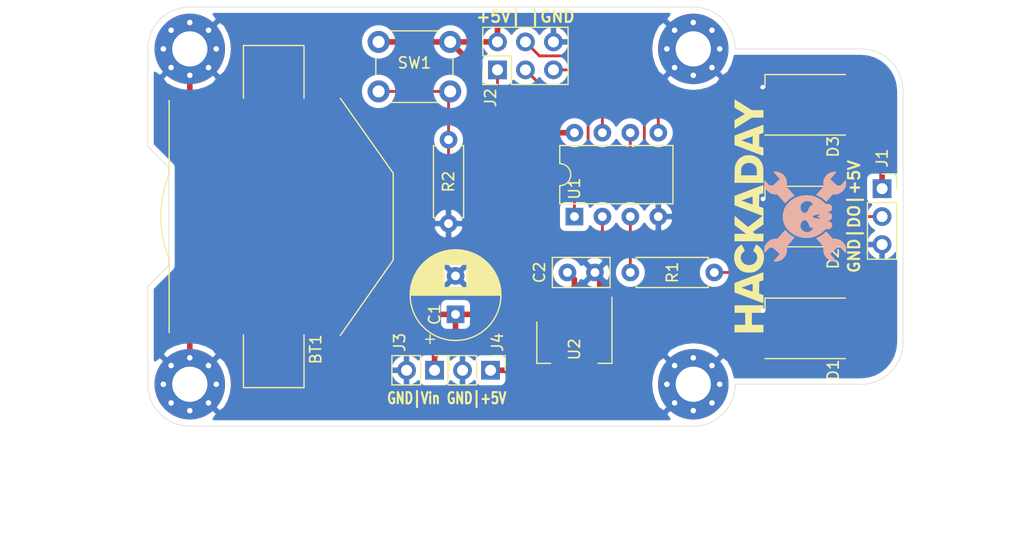
<source format=kicad_pcb>
(kicad_pcb (version 20171130) (host pcbnew 5.1.6-c6e7f7d~86~ubuntu20.04.1)

  (general
    (thickness 1.6)
    (drawings 24)
    (tracks 129)
    (zones 0)
    (modules 21)
    (nets 14)
  )

  (page A4)
  (layers
    (0 F.Cu signal)
    (31 B.Cu signal)
    (36 B.SilkS user)
    (37 F.SilkS user)
    (38 B.Mask user)
    (39 F.Mask user)
    (40 Dwgs.User user hide)
    (44 Edge.Cuts user)
    (45 Margin user)
    (46 B.CrtYd user)
    (47 F.CrtYd user)
    (48 B.Fab user)
    (49 F.Fab user)
  )

  (setup
    (last_trace_width 0.254)
    (user_trace_width 0.254)
    (user_trace_width 0.381)
    (user_trace_width 0.508)
    (trace_clearance 0.2032)
    (zone_clearance 0.508)
    (zone_45_only no)
    (trace_min 0.2)
    (via_size 0.8128)
    (via_drill 0.4064)
    (via_min_size 0.4)
    (via_min_drill 0.3)
    (uvia_size 0.3048)
    (uvia_drill 0.1016)
    (uvias_allowed no)
    (uvia_min_size 0.2)
    (uvia_min_drill 0.1)
    (edge_width 0.0508)
    (segment_width 0.2032)
    (pcb_text_width 0.254)
    (pcb_text_size 1.524 1.524)
    (mod_edge_width 0.2032)
    (mod_text_size 1.016 1.016)
    (mod_text_width 0.2032)
    (pad_size 1.524 1.524)
    (pad_drill 0.762)
    (pad_to_mask_clearance 0.05)
    (aux_axis_origin 40.64 68.58)
    (grid_origin 40.64 68.58)
    (visible_elements FFFFFF7F)
    (pcbplotparams
      (layerselection 0x010fc_ffffffff)
      (usegerberextensions false)
      (usegerberattributes true)
      (usegerberadvancedattributes true)
      (creategerberjobfile true)
      (excludeedgelayer true)
      (linewidth 0.100000)
      (plotframeref false)
      (viasonmask false)
      (mode 1)
      (useauxorigin false)
      (hpglpennumber 1)
      (hpglpenspeed 20)
      (hpglpendiameter 15.000000)
      (psnegative false)
      (psa4output false)
      (plotreference true)
      (plotvalue true)
      (plotinvisibletext false)
      (padsonsilk false)
      (subtractmaskfromsilk false)
      (outputformat 1)
      (mirror false)
      (drillshape 1)
      (scaleselection 1)
      (outputdirectory ""))
  )

  (net 0 "")
  (net 1 GND)
  (net 2 /Tiny_Blinky_Power/Vin)
  (net 3 /5V)
  (net 4 /D1)
  (net 5 /Din)
  (net 6 /D2)
  (net 7 /Dout)
  (net 8 /A3)
  (net 9 /A0)
  (net 10 /A2)
  (net 11 /A1)
  (net 12 "Net-(R1-Pad2)")
  (net 13 "Net-(R2-Pad1)")

  (net_class Default "This is the default net class."
    (clearance 0.2032)
    (trace_width 0.254)
    (via_dia 0.8128)
    (via_drill 0.4064)
    (uvia_dia 0.3048)
    (uvia_drill 0.1016)
    (diff_pair_width 0.2032)
    (diff_pair_gap 0.254)
    (add_net /A0)
    (add_net /A1)
    (add_net /A2)
    (add_net /A3)
    (add_net /D1)
    (add_net /D2)
    (add_net /Din)
    (add_net /Dout)
    (add_net "Net-(R1-Pad2)")
    (add_net "Net-(R2-Pad1)")
  )

  (net_class "15 MIL" ""
    (clearance 0.2032)
    (trace_width 0.381)
    (via_dia 0.8128)
    (via_drill 0.4064)
    (uvia_dia 0.3048)
    (uvia_drill 0.1016)
    (diff_pair_width 0.2032)
    (diff_pair_gap 0.254)
  )

  (net_class "20 MIL" ""
    (clearance 0.2032)
    (trace_width 0.508)
    (via_dia 0.8128)
    (via_drill 0.4064)
    (uvia_dia 0.3048)
    (uvia_drill 0.1016)
    (diff_pair_width 0.2032)
    (diff_pair_gap 0.254)
    (add_net /5V)
    (add_net /Tiny_Blinky_Power/Vin)
    (add_net GND)
  )

  (module Package_TO_SOT_SMD:SOT-223-3_TabPin2 (layer F.Cu) (tedit 5A02FF57) (tstamp 5EFF5DEA)
    (at 79.375 60.96 270)
    (descr "module CMS SOT223 4 pins")
    (tags "CMS SOT")
    (path /5EF97AD5/5EF7AA98)
    (attr smd)
    (fp_text reference U2 (at 0.635 0 90) (layer F.SilkS)
      (effects (font (size 1 1) (thickness 0.15)))
    )
    (fp_text value AP1117-50 (at 0 4.5 90) (layer F.Fab)
      (effects (font (size 1 1) (thickness 0.15)))
    )
    (fp_line (start 1.85 -3.35) (end 1.85 3.35) (layer F.Fab) (width 0.1))
    (fp_line (start -1.85 3.35) (end 1.85 3.35) (layer F.Fab) (width 0.1))
    (fp_line (start -4.1 -3.41) (end 1.91 -3.41) (layer F.SilkS) (width 0.12))
    (fp_line (start -0.85 -3.35) (end 1.85 -3.35) (layer F.Fab) (width 0.1))
    (fp_line (start -1.85 3.41) (end 1.91 3.41) (layer F.SilkS) (width 0.12))
    (fp_line (start -1.85 -2.35) (end -1.85 3.35) (layer F.Fab) (width 0.1))
    (fp_line (start -1.85 -2.35) (end -0.85 -3.35) (layer F.Fab) (width 0.1))
    (fp_line (start -4.4 -3.6) (end -4.4 3.6) (layer F.CrtYd) (width 0.05))
    (fp_line (start -4.4 3.6) (end 4.4 3.6) (layer F.CrtYd) (width 0.05))
    (fp_line (start 4.4 3.6) (end 4.4 -3.6) (layer F.CrtYd) (width 0.05))
    (fp_line (start 4.4 -3.6) (end -4.4 -3.6) (layer F.CrtYd) (width 0.05))
    (fp_line (start 1.91 -3.41) (end 1.91 -2.15) (layer F.SilkS) (width 0.12))
    (fp_line (start 1.91 3.41) (end 1.91 2.15) (layer F.SilkS) (width 0.12))
    (fp_text user %R (at 0 0) (layer F.Fab)
      (effects (font (size 0.8 0.8) (thickness 0.12)))
    )
    (pad 1 smd rect (at -3.15 -2.3 270) (size 2 1.5) (layers F.Cu F.Paste F.Mask)
      (net 1 GND))
    (pad 3 smd rect (at -3.15 2.3 270) (size 2 1.5) (layers F.Cu F.Paste F.Mask)
      (net 2 /Tiny_Blinky_Power/Vin))
    (pad 2 smd rect (at -3.15 0 270) (size 2 1.5) (layers F.Cu F.Paste F.Mask)
      (net 3 /5V))
    (pad 2 smd rect (at 3.15 0 270) (size 2 3.8) (layers F.Cu F.Paste F.Mask)
      (net 3 /5V))
    (model ${KISYS3DMOD}/Package_TO_SOT_SMD.3dshapes/SOT-223.wrl
      (at (xyz 0 0 0))
      (scale (xyz 1 1 1))
      (rotate (xyz 0 0 0))
    )
  )

  (module Package_DIP:DIP-8_W7.62mm (layer F.Cu) (tedit 5A02E8C5) (tstamp 5EFF5DD4)
    (at 79.375 49.53 90)
    (descr "8-lead though-hole mounted DIP package, row spacing 7.62 mm (300 mils)")
    (tags "THT DIP DIL PDIP 2.54mm 7.62mm 300mil")
    (path /5EF786CF)
    (fp_text reference U1 (at 2.54 0 90) (layer F.SilkS)
      (effects (font (size 1 1) (thickness 0.15)))
    )
    (fp_text value ATtiny85-20PU (at 3.81 9.95 90) (layer F.Fab)
      (effects (font (size 1 1) (thickness 0.15)))
    )
    (fp_line (start 8.7 -1.55) (end -1.1 -1.55) (layer F.CrtYd) (width 0.05))
    (fp_line (start 8.7 9.15) (end 8.7 -1.55) (layer F.CrtYd) (width 0.05))
    (fp_line (start -1.1 9.15) (end 8.7 9.15) (layer F.CrtYd) (width 0.05))
    (fp_line (start -1.1 -1.55) (end -1.1 9.15) (layer F.CrtYd) (width 0.05))
    (fp_line (start 6.46 -1.33) (end 4.81 -1.33) (layer F.SilkS) (width 0.12))
    (fp_line (start 6.46 8.95) (end 6.46 -1.33) (layer F.SilkS) (width 0.12))
    (fp_line (start 1.16 8.95) (end 6.46 8.95) (layer F.SilkS) (width 0.12))
    (fp_line (start 1.16 -1.33) (end 1.16 8.95) (layer F.SilkS) (width 0.12))
    (fp_line (start 2.81 -1.33) (end 1.16 -1.33) (layer F.SilkS) (width 0.12))
    (fp_line (start 0.635 -0.27) (end 1.635 -1.27) (layer F.Fab) (width 0.1))
    (fp_line (start 0.635 8.89) (end 0.635 -0.27) (layer F.Fab) (width 0.1))
    (fp_line (start 6.985 8.89) (end 0.635 8.89) (layer F.Fab) (width 0.1))
    (fp_line (start 6.985 -1.27) (end 6.985 8.89) (layer F.Fab) (width 0.1))
    (fp_line (start 1.635 -1.27) (end 6.985 -1.27) (layer F.Fab) (width 0.1))
    (fp_text user %R (at 3.81 3.81 90) (layer F.Fab)
      (effects (font (size 1 1) (thickness 0.15)))
    )
    (fp_arc (start 3.81 -1.33) (end 2.81 -1.33) (angle -180) (layer F.SilkS) (width 0.12))
    (pad 8 thru_hole oval (at 7.62 0 90) (size 1.6 1.6) (drill 0.8) (layers *.Cu *.Mask)
      (net 3 /5V))
    (pad 4 thru_hole oval (at 0 7.62 90) (size 1.6 1.6) (drill 0.8) (layers *.Cu *.Mask)
      (net 1 GND))
    (pad 7 thru_hole oval (at 7.62 2.54 90) (size 1.6 1.6) (drill 0.8) (layers *.Cu *.Mask)
      (net 10 /A2))
    (pad 3 thru_hole oval (at 0 5.08 90) (size 1.6 1.6) (drill 0.8) (layers *.Cu *.Mask)
      (net 12 "Net-(R1-Pad2)"))
    (pad 6 thru_hole oval (at 7.62 5.08 90) (size 1.6 1.6) (drill 0.8) (layers *.Cu *.Mask)
      (net 11 /A1))
    (pad 2 thru_hole oval (at 0 2.54 90) (size 1.6 1.6) (drill 0.8) (layers *.Cu *.Mask)
      (net 13 "Net-(R2-Pad1)"))
    (pad 5 thru_hole oval (at 7.62 7.62 90) (size 1.6 1.6) (drill 0.8) (layers *.Cu *.Mask)
      (net 9 /A0))
    (pad 1 thru_hole rect (at 0 0 90) (size 1.6 1.6) (drill 0.8) (layers *.Cu *.Mask)
      (net 8 /A3))
    (model ${KISYS3DMOD}/Package_DIP.3dshapes/DIP-8_W7.62mm.wrl
      (at (xyz 0 0 0))
      (scale (xyz 1 1 1))
      (rotate (xyz 0 0 0))
    )
  )

  (module Button_Switch_THT:SW_PUSH_6mm_H5mm (layer F.Cu) (tedit 5A02FE31) (tstamp 5EFF9E18)
    (at 61.595 33.655)
    (descr "tactile push button, 6x6mm e.g. PHAP33xx series, height=5mm")
    (tags "tact sw push 6mm")
    (path /5EF7BBA3)
    (fp_text reference SW1 (at 3.25 1.905) (layer F.SilkS)
      (effects (font (size 1 1) (thickness 0.15)))
    )
    (fp_text value SW (at 3.75 6.7) (layer F.Fab) hide
      (effects (font (size 1 1) (thickness 0.15)))
    )
    (fp_circle (center 3.25 2.25) (end 1.25 2.5) (layer F.Fab) (width 0.1))
    (fp_line (start 6.75 3) (end 6.75 1.5) (layer F.SilkS) (width 0.12))
    (fp_line (start 5.5 -1) (end 1 -1) (layer F.SilkS) (width 0.12))
    (fp_line (start -0.25 1.5) (end -0.25 3) (layer F.SilkS) (width 0.12))
    (fp_line (start 1 5.5) (end 5.5 5.5) (layer F.SilkS) (width 0.12))
    (fp_line (start 8 -1.25) (end 8 5.75) (layer F.CrtYd) (width 0.05))
    (fp_line (start 7.75 6) (end -1.25 6) (layer F.CrtYd) (width 0.05))
    (fp_line (start -1.5 5.75) (end -1.5 -1.25) (layer F.CrtYd) (width 0.05))
    (fp_line (start -1.25 -1.5) (end 7.75 -1.5) (layer F.CrtYd) (width 0.05))
    (fp_line (start -1.5 6) (end -1.25 6) (layer F.CrtYd) (width 0.05))
    (fp_line (start -1.5 5.75) (end -1.5 6) (layer F.CrtYd) (width 0.05))
    (fp_line (start -1.5 -1.5) (end -1.25 -1.5) (layer F.CrtYd) (width 0.05))
    (fp_line (start -1.5 -1.25) (end -1.5 -1.5) (layer F.CrtYd) (width 0.05))
    (fp_line (start 8 -1.5) (end 8 -1.25) (layer F.CrtYd) (width 0.05))
    (fp_line (start 7.75 -1.5) (end 8 -1.5) (layer F.CrtYd) (width 0.05))
    (fp_line (start 8 6) (end 8 5.75) (layer F.CrtYd) (width 0.05))
    (fp_line (start 7.75 6) (end 8 6) (layer F.CrtYd) (width 0.05))
    (fp_line (start 0.25 -0.75) (end 3.25 -0.75) (layer F.Fab) (width 0.1))
    (fp_line (start 0.25 5.25) (end 0.25 -0.75) (layer F.Fab) (width 0.1))
    (fp_line (start 6.25 5.25) (end 0.25 5.25) (layer F.Fab) (width 0.1))
    (fp_line (start 6.25 -0.75) (end 6.25 5.25) (layer F.Fab) (width 0.1))
    (fp_line (start 3.25 -0.75) (end 6.25 -0.75) (layer F.Fab) (width 0.1))
    (fp_text user %R (at 3.25 2.25) (layer F.Fab)
      (effects (font (size 1 1) (thickness 0.15)))
    )
    (pad 1 thru_hole circle (at 6.5 0 90) (size 2 2) (drill 1.1) (layers *.Cu *.Mask)
      (net 3 /5V))
    (pad 2 thru_hole circle (at 6.5 4.5 90) (size 2 2) (drill 1.1) (layers *.Cu *.Mask)
      (net 13 "Net-(R2-Pad1)"))
    (pad 1 thru_hole circle (at 0 0 90) (size 2 2) (drill 1.1) (layers *.Cu *.Mask)
      (net 3 /5V))
    (pad 2 thru_hole circle (at 0 4.5 90) (size 2 2) (drill 1.1) (layers *.Cu *.Mask)
      (net 13 "Net-(R2-Pad1)"))
    (model ${KISYS3DMOD}/Button_Switch_THT.3dshapes/SW_PUSH_6mm_H5mm.wrl
      (at (xyz 0 0 0))
      (scale (xyz 1 1 1))
      (rotate (xyz 0 0 0))
    )
  )

  (module Resistor_THT:R_Axial_DIN0207_L6.3mm_D2.5mm_P7.62mm_Horizontal (layer F.Cu) (tedit 5AE5139B) (tstamp 5F007EAA)
    (at 67.945 42.545 270)
    (descr "Resistor, Axial_DIN0207 series, Axial, Horizontal, pin pitch=7.62mm, 0.25W = 1/4W, length*diameter=6.3*2.5mm^2, http://cdn-reichelt.de/documents/datenblatt/B400/1_4W%23YAG.pdf")
    (tags "Resistor Axial_DIN0207 series Axial Horizontal pin pitch 7.62mm 0.25W = 1/4W length 6.3mm diameter 2.5mm")
    (path /5EF7D93E)
    (fp_text reference R2 (at 3.81 0 90) (layer F.SilkS)
      (effects (font (size 1 1) (thickness 0.15)))
    )
    (fp_text value 10k (at 3.81 2.37 90) (layer F.Fab)
      (effects (font (size 1 1) (thickness 0.15)))
    )
    (fp_line (start 8.67 -1.5) (end -1.05 -1.5) (layer F.CrtYd) (width 0.05))
    (fp_line (start 8.67 1.5) (end 8.67 -1.5) (layer F.CrtYd) (width 0.05))
    (fp_line (start -1.05 1.5) (end 8.67 1.5) (layer F.CrtYd) (width 0.05))
    (fp_line (start -1.05 -1.5) (end -1.05 1.5) (layer F.CrtYd) (width 0.05))
    (fp_line (start 7.08 1.37) (end 7.08 1.04) (layer F.SilkS) (width 0.12))
    (fp_line (start 0.54 1.37) (end 7.08 1.37) (layer F.SilkS) (width 0.12))
    (fp_line (start 0.54 1.04) (end 0.54 1.37) (layer F.SilkS) (width 0.12))
    (fp_line (start 7.08 -1.37) (end 7.08 -1.04) (layer F.SilkS) (width 0.12))
    (fp_line (start 0.54 -1.37) (end 7.08 -1.37) (layer F.SilkS) (width 0.12))
    (fp_line (start 0.54 -1.04) (end 0.54 -1.37) (layer F.SilkS) (width 0.12))
    (fp_line (start 7.62 0) (end 6.96 0) (layer F.Fab) (width 0.1))
    (fp_line (start 0 0) (end 0.66 0) (layer F.Fab) (width 0.1))
    (fp_line (start 6.96 -1.25) (end 0.66 -1.25) (layer F.Fab) (width 0.1))
    (fp_line (start 6.96 1.25) (end 6.96 -1.25) (layer F.Fab) (width 0.1))
    (fp_line (start 0.66 1.25) (end 6.96 1.25) (layer F.Fab) (width 0.1))
    (fp_line (start 0.66 -1.25) (end 0.66 1.25) (layer F.Fab) (width 0.1))
    (fp_text user %R (at 3.81 0 90) (layer F.Fab)
      (effects (font (size 1 1) (thickness 0.15)))
    )
    (pad 2 thru_hole oval (at 7.62 0 270) (size 1.6 1.6) (drill 0.8) (layers *.Cu *.Mask)
      (net 1 GND))
    (pad 1 thru_hole circle (at 0 0 270) (size 1.6 1.6) (drill 0.8) (layers *.Cu *.Mask)
      (net 13 "Net-(R2-Pad1)"))
    (model ${KISYS3DMOD}/Resistor_THT.3dshapes/R_Axial_DIN0207_L6.3mm_D2.5mm_P7.62mm_Horizontal.wrl
      (at (xyz 0 0 0))
      (scale (xyz 1 1 1))
      (rotate (xyz 0 0 0))
    )
  )

  (module Resistor_THT:R_Axial_DIN0207_L6.3mm_D2.5mm_P7.62mm_Horizontal (layer F.Cu) (tedit 5AE5139B) (tstamp 5EFF5D82)
    (at 92.075 54.61 180)
    (descr "Resistor, Axial_DIN0207 series, Axial, Horizontal, pin pitch=7.62mm, 0.25W = 1/4W, length*diameter=6.3*2.5mm^2, http://cdn-reichelt.de/documents/datenblatt/B400/1_4W%23YAG.pdf")
    (tags "Resistor Axial_DIN0207 series Axial Horizontal pin pitch 7.62mm 0.25W = 1/4W length 6.3mm diameter 2.5mm")
    (path /5EF7DAFE)
    (fp_text reference R1 (at 3.81 0 270) (layer F.SilkS)
      (effects (font (size 1 1) (thickness 0.15)))
    )
    (fp_text value 330E (at 3.81 -2.54) (layer F.Fab)
      (effects (font (size 1 1) (thickness 0.15)))
    )
    (fp_line (start 8.67 -1.5) (end -1.05 -1.5) (layer F.CrtYd) (width 0.05))
    (fp_line (start 8.67 1.5) (end 8.67 -1.5) (layer F.CrtYd) (width 0.05))
    (fp_line (start -1.05 1.5) (end 8.67 1.5) (layer F.CrtYd) (width 0.05))
    (fp_line (start -1.05 -1.5) (end -1.05 1.5) (layer F.CrtYd) (width 0.05))
    (fp_line (start 7.08 1.37) (end 7.08 1.04) (layer F.SilkS) (width 0.12))
    (fp_line (start 0.54 1.37) (end 7.08 1.37) (layer F.SilkS) (width 0.12))
    (fp_line (start 0.54 1.04) (end 0.54 1.37) (layer F.SilkS) (width 0.12))
    (fp_line (start 7.08 -1.37) (end 7.08 -1.04) (layer F.SilkS) (width 0.12))
    (fp_line (start 0.54 -1.37) (end 7.08 -1.37) (layer F.SilkS) (width 0.12))
    (fp_line (start 0.54 -1.04) (end 0.54 -1.37) (layer F.SilkS) (width 0.12))
    (fp_line (start 7.62 0) (end 6.96 0) (layer F.Fab) (width 0.1))
    (fp_line (start 0 0) (end 0.66 0) (layer F.Fab) (width 0.1))
    (fp_line (start 6.96 -1.25) (end 0.66 -1.25) (layer F.Fab) (width 0.1))
    (fp_line (start 6.96 1.25) (end 6.96 -1.25) (layer F.Fab) (width 0.1))
    (fp_line (start 0.66 1.25) (end 6.96 1.25) (layer F.Fab) (width 0.1))
    (fp_line (start 0.66 -1.25) (end 0.66 1.25) (layer F.Fab) (width 0.1))
    (fp_text user %R (at 3.81 0) (layer F.Fab)
      (effects (font (size 1 1) (thickness 0.15)))
    )
    (pad 2 thru_hole oval (at 7.62 0 180) (size 1.6 1.6) (drill 0.8) (layers *.Cu *.Mask)
      (net 12 "Net-(R1-Pad2)"))
    (pad 1 thru_hole circle (at 0 0 180) (size 1.6 1.6) (drill 0.8) (layers *.Cu *.Mask)
      (net 5 /Din))
    (model ${KISYS3DMOD}/Resistor_THT.3dshapes/R_Axial_DIN0207_L6.3mm_D2.5mm_P7.62mm_Horizontal.wrl
      (at (xyz 0 0 0))
      (scale (xyz 1 1 1))
      (rotate (xyz 0 0 0))
    )
  )

  (module Connector_PinHeader_2.54mm:PinHeader_1x02_P2.54mm_Vertical (layer F.Cu) (tedit 59FED5CC) (tstamp 5EFF5D6B)
    (at 71.755 63.5 270)
    (descr "Through hole straight pin header, 1x02, 2.54mm pitch, single row")
    (tags "Through hole pin header THT 1x02 2.54mm single row")
    (path /5EF97AD5/5EF9A868)
    (fp_text reference J4 (at -2.54 -0.635 90) (layer F.SilkS)
      (effects (font (size 1 1) (thickness 0.15)))
    )
    (fp_text value 5V (at 2.54 0 90) (layer F.Fab)
      (effects (font (size 1 1) (thickness 0.15)))
    )
    (fp_line (start 1.8 -1.8) (end -1.8 -1.8) (layer F.CrtYd) (width 0.05))
    (fp_line (start 1.8 4.35) (end 1.8 -1.8) (layer F.CrtYd) (width 0.05))
    (fp_line (start -1.8 4.35) (end 1.8 4.35) (layer F.CrtYd) (width 0.05))
    (fp_line (start -1.8 -1.8) (end -1.8 4.35) (layer F.CrtYd) (width 0.05))
    (fp_line (start -1.33 -1.33) (end 0 -1.33) (layer F.SilkS) (width 0.12))
    (fp_line (start -1.33 0) (end -1.33 -1.33) (layer F.SilkS) (width 0.12))
    (fp_line (start -1.33 1.27) (end 1.33 1.27) (layer F.SilkS) (width 0.12))
    (fp_line (start 1.33 1.27) (end 1.33 3.87) (layer F.SilkS) (width 0.12))
    (fp_line (start -1.33 1.27) (end -1.33 3.87) (layer F.SilkS) (width 0.12))
    (fp_line (start -1.33 3.87) (end 1.33 3.87) (layer F.SilkS) (width 0.12))
    (fp_line (start -1.27 -0.635) (end -0.635 -1.27) (layer F.Fab) (width 0.1))
    (fp_line (start -1.27 3.81) (end -1.27 -0.635) (layer F.Fab) (width 0.1))
    (fp_line (start 1.27 3.81) (end -1.27 3.81) (layer F.Fab) (width 0.1))
    (fp_line (start 1.27 -1.27) (end 1.27 3.81) (layer F.Fab) (width 0.1))
    (fp_line (start -0.635 -1.27) (end 1.27 -1.27) (layer F.Fab) (width 0.1))
    (fp_text user %R (at 0 1.27) (layer F.Fab)
      (effects (font (size 1 1) (thickness 0.15)))
    )
    (fp_text user GND|+5V (at 2.54 1.27) (layer F.SilkS)
      (effects (font (size 1.016 0.762) (thickness 0.1905)))
    )
    (pad 2 thru_hole oval (at 0 2.54 270) (size 1.7 1.7) (drill 1) (layers *.Cu *.Mask)
      (net 1 GND))
    (pad 1 thru_hole rect (at 0 0 270) (size 1.7 1.7) (drill 1) (layers *.Cu *.Mask)
      (net 3 /5V))
    (model ${KISYS3DMOD}/Connector_PinHeader_2.54mm.3dshapes/PinHeader_1x02_P2.54mm_Vertical.wrl
      (at (xyz 0 0 0))
      (scale (xyz 1 1 1))
      (rotate (xyz 0 0 0))
    )
  )

  (module Connector_PinHeader_2.54mm:PinHeader_1x02_P2.54mm_Vertical (layer F.Cu) (tedit 59FED5CC) (tstamp 5EFFB15A)
    (at 66.675 63.5 270)
    (descr "Through hole straight pin header, 1x02, 2.54mm pitch, single row")
    (tags "Through hole pin header THT 1x02 2.54mm single row")
    (path /5EF97AD5/5EF98160)
    (fp_text reference J3 (at -2.54 3.175 90) (layer F.SilkS)
      (effects (font (size 1 1) (thickness 0.15)))
    )
    (fp_text value Vin (at 2.54 0 90) (layer F.Fab)
      (effects (font (size 1 1) (thickness 0.15)))
    )
    (fp_line (start 1.8 -1.8) (end -1.8 -1.8) (layer F.CrtYd) (width 0.05))
    (fp_line (start 1.8 4.35) (end 1.8 -1.8) (layer F.CrtYd) (width 0.05))
    (fp_line (start -1.8 4.35) (end 1.8 4.35) (layer F.CrtYd) (width 0.05))
    (fp_line (start -1.8 -1.8) (end -1.8 4.35) (layer F.CrtYd) (width 0.05))
    (fp_line (start -1.33 -1.33) (end 0 -1.33) (layer F.SilkS) (width 0.12))
    (fp_line (start -1.33 0) (end -1.33 -1.33) (layer F.SilkS) (width 0.12))
    (fp_line (start -1.33 1.27) (end 1.33 1.27) (layer F.SilkS) (width 0.12))
    (fp_line (start 1.33 1.27) (end 1.33 3.87) (layer F.SilkS) (width 0.12))
    (fp_line (start -1.33 1.27) (end -1.33 3.87) (layer F.SilkS) (width 0.12))
    (fp_line (start -1.33 3.87) (end 1.33 3.87) (layer F.SilkS) (width 0.12))
    (fp_line (start -1.27 -0.635) (end -0.635 -1.27) (layer F.Fab) (width 0.1))
    (fp_line (start -1.27 3.81) (end -1.27 -0.635) (layer F.Fab) (width 0.1))
    (fp_line (start 1.27 3.81) (end -1.27 3.81) (layer F.Fab) (width 0.1))
    (fp_line (start 1.27 -1.27) (end 1.27 3.81) (layer F.Fab) (width 0.1))
    (fp_line (start -0.635 -1.27) (end 1.27 -1.27) (layer F.Fab) (width 0.1))
    (fp_text user %R (at 0 1.27) (layer F.Fab)
      (effects (font (size 1 1) (thickness 0.15)))
    )
    (fp_text user GND|Vin (at 2.54 1.905) (layer F.SilkS)
      (effects (font (size 1.016 0.762) (thickness 0.1905)))
    )
    (pad 2 thru_hole oval (at 0 2.54 270) (size 1.7 1.7) (drill 1) (layers *.Cu *.Mask)
      (net 1 GND))
    (pad 1 thru_hole rect (at 0 0 270) (size 1.7 1.7) (drill 1) (layers *.Cu *.Mask)
      (net 2 /Tiny_Blinky_Power/Vin))
    (model ${KISYS3DMOD}/Connector_PinHeader_2.54mm.3dshapes/PinHeader_1x02_P2.54mm_Vertical.wrl
      (at (xyz 0 0 0))
      (scale (xyz 1 1 1))
      (rotate (xyz 0 0 0))
    )
  )

  (module Connector_PinHeader_2.54mm:PinHeader_2x03_P2.54mm_Vertical (layer F.Cu) (tedit 59FED5CC) (tstamp 5EFF5D3F)
    (at 72.39 36.195 90)
    (descr "Through hole straight pin header, 2x03, 2.54mm pitch, double rows")
    (tags "Through hole pin header THT 2x03 2.54mm double row")
    (path /5EF93671)
    (fp_text reference J2 (at -2.54 -0.635 90) (layer F.SilkS)
      (effects (font (size 1 1) (thickness 0.15)))
    )
    (fp_text value SPI (at 1.27 7.41 90) (layer F.Fab)
      (effects (font (size 1 1) (thickness 0.15)))
    )
    (fp_line (start 4.35 -1.8) (end -1.8 -1.8) (layer F.CrtYd) (width 0.05))
    (fp_line (start 4.35 6.85) (end 4.35 -1.8) (layer F.CrtYd) (width 0.05))
    (fp_line (start -1.8 6.85) (end 4.35 6.85) (layer F.CrtYd) (width 0.05))
    (fp_line (start -1.8 -1.8) (end -1.8 6.85) (layer F.CrtYd) (width 0.05))
    (fp_line (start -1.33 -1.33) (end 0 -1.33) (layer F.SilkS) (width 0.12))
    (fp_line (start -1.33 0) (end -1.33 -1.33) (layer F.SilkS) (width 0.12))
    (fp_line (start 1.27 -1.33) (end 3.87 -1.33) (layer F.SilkS) (width 0.12))
    (fp_line (start 1.27 1.27) (end 1.27 -1.33) (layer F.SilkS) (width 0.12))
    (fp_line (start -1.33 1.27) (end 1.27 1.27) (layer F.SilkS) (width 0.12))
    (fp_line (start 3.87 -1.33) (end 3.87 6.41) (layer F.SilkS) (width 0.12))
    (fp_line (start -1.33 1.27) (end -1.33 6.41) (layer F.SilkS) (width 0.12))
    (fp_line (start -1.33 6.41) (end 3.87 6.41) (layer F.SilkS) (width 0.12))
    (fp_line (start -1.27 0) (end 0 -1.27) (layer F.Fab) (width 0.1))
    (fp_line (start -1.27 6.35) (end -1.27 0) (layer F.Fab) (width 0.1))
    (fp_line (start 3.81 6.35) (end -1.27 6.35) (layer F.Fab) (width 0.1))
    (fp_line (start 3.81 -1.27) (end 3.81 6.35) (layer F.Fab) (width 0.1))
    (fp_line (start 0 -1.27) (end 3.81 -1.27) (layer F.Fab) (width 0.1))
    (fp_text user %R (at 1.27 2.54) (layer F.Fab)
      (effects (font (size 1 1) (thickness 0.15)))
    )
    (fp_text user "+5V| |GND" (at 4.826 2.54 180) (layer F.SilkS)
      (effects (font (size 1.016 1.016) (thickness 0.2032)))
    )
    (pad 6 thru_hole oval (at 2.54 5.08 90) (size 1.7 1.7) (drill 1) (layers *.Cu *.Mask)
      (net 1 GND))
    (pad 5 thru_hole oval (at 0 5.08 90) (size 1.7 1.7) (drill 1) (layers *.Cu *.Mask)
      (net 8 /A3))
    (pad 4 thru_hole oval (at 2.54 2.54 90) (size 1.7 1.7) (drill 1) (layers *.Cu *.Mask)
      (net 9 /A0))
    (pad 3 thru_hole oval (at 0 2.54 90) (size 1.7 1.7) (drill 1) (layers *.Cu *.Mask)
      (net 10 /A2))
    (pad 2 thru_hole oval (at 2.54 0 90) (size 1.7 1.7) (drill 1) (layers *.Cu *.Mask)
      (net 3 /5V))
    (pad 1 thru_hole rect (at 0 0 90) (size 1.7 1.7) (drill 1) (layers *.Cu *.Mask)
      (net 11 /A1))
    (model ${KISYS3DMOD}/Connector_PinHeader_2.54mm.3dshapes/PinHeader_2x03_P2.54mm_Vertical.wrl
      (at (xyz 0 0 0))
      (scale (xyz 1 1 1))
      (rotate (xyz 0 0 0))
    )
  )

  (module Connector_PinSocket_2.54mm:PinSocket_1x03_P2.54mm_Vertical (layer F.Cu) (tedit 5A19A429) (tstamp 5EFF5D23)
    (at 107.315 46.99)
    (descr "Through hole straight socket strip, 1x03, 2.54mm pitch, single row (from Kicad 4.0.7), script generated")
    (tags "Through hole socket strip THT 1x03 2.54mm single row")
    (path /5EF8AA1E)
    (fp_text reference J1 (at 0 -2.77 90) (layer F.SilkS)
      (effects (font (size 1 1) (thickness 0.15)))
    )
    (fp_text value Dout (at 0 7.85) (layer F.Fab)
      (effects (font (size 1 1) (thickness 0.15)))
    )
    (fp_line (start -1.8 6.85) (end -1.8 -1.8) (layer F.CrtYd) (width 0.05))
    (fp_line (start 1.75 6.85) (end -1.8 6.85) (layer F.CrtYd) (width 0.05))
    (fp_line (start 1.75 -1.8) (end 1.75 6.85) (layer F.CrtYd) (width 0.05))
    (fp_line (start -1.8 -1.8) (end 1.75 -1.8) (layer F.CrtYd) (width 0.05))
    (fp_line (start 0 -1.33) (end 1.33 -1.33) (layer F.SilkS) (width 0.12))
    (fp_line (start 1.33 -1.33) (end 1.33 0) (layer F.SilkS) (width 0.12))
    (fp_line (start 1.33 1.27) (end 1.33 6.41) (layer F.SilkS) (width 0.12))
    (fp_line (start -1.33 6.41) (end 1.33 6.41) (layer F.SilkS) (width 0.12))
    (fp_line (start -1.33 1.27) (end -1.33 6.41) (layer F.SilkS) (width 0.12))
    (fp_line (start -1.33 1.27) (end 1.33 1.27) (layer F.SilkS) (width 0.12))
    (fp_line (start -1.27 6.35) (end -1.27 -1.27) (layer F.Fab) (width 0.1))
    (fp_line (start 1.27 6.35) (end -1.27 6.35) (layer F.Fab) (width 0.1))
    (fp_line (start 1.27 -0.635) (end 1.27 6.35) (layer F.Fab) (width 0.1))
    (fp_line (start 0.635 -1.27) (end 1.27 -0.635) (layer F.Fab) (width 0.1))
    (fp_line (start -1.27 -1.27) (end 0.635 -1.27) (layer F.Fab) (width 0.1))
    (fp_text user %R (at 0 2.54 90) (layer F.Fab)
      (effects (font (size 1 1) (thickness 0.15)))
    )
    (fp_text user GND|DO|+5V (at -2.54 2.54 90) (layer F.SilkS)
      (effects (font (size 1.016 1.016) (thickness 0.2032)))
    )
    (pad 3 thru_hole oval (at 0 5.08) (size 1.7 1.7) (drill 1) (layers *.Cu *.Mask)
      (net 1 GND))
    (pad 2 thru_hole oval (at 0 2.54) (size 1.7 1.7) (drill 1) (layers *.Cu *.Mask)
      (net 7 /Dout))
    (pad 1 thru_hole rect (at 0 0) (size 1.7 1.7) (drill 1) (layers *.Cu *.Mask)
      (net 3 /5V))
    (model ${KISYS3DMOD}/Connector_PinSocket_2.54mm.3dshapes/PinSocket_1x03_P2.54mm_Vertical.wrl
      (at (xyz 0 0 0))
      (scale (xyz 1 1 1))
      (rotate (xyz 0 0 0))
    )
  )

  (module MountingHole:MountingHole_3.2mm_M3_Pad_Via (layer F.Cu) (tedit 56DDBCCA) (tstamp 5EFF5D0C)
    (at 90.17 34.29)
    (descr "Mounting Hole 3.2mm, M3")
    (tags "mounting hole 3.2mm m3")
    (path /5EFEDA5C)
    (attr virtual)
    (fp_text reference H5 (at 0 -4.2) (layer F.SilkS) hide
      (effects (font (size 1 1) (thickness 0.15)))
    )
    (fp_text value MountingHole_Pad (at 0 4.2) (layer F.Fab) hide
      (effects (font (size 1 1) (thickness 0.15)))
    )
    (fp_circle (center 0 0) (end 3.45 0) (layer F.CrtYd) (width 0.05))
    (fp_circle (center 0 0) (end 3.2 0) (layer Cmts.User) (width 0.15))
    (fp_text user %R (at 0.3 0) (layer F.Fab)
      (effects (font (size 1 1) (thickness 0.15)))
    )
    (pad 1 thru_hole circle (at 1.697056 -1.697056) (size 0.8 0.8) (drill 0.5) (layers *.Cu *.Mask)
      (net 1 GND))
    (pad 1 thru_hole circle (at 0 -2.4) (size 0.8 0.8) (drill 0.5) (layers *.Cu *.Mask)
      (net 1 GND))
    (pad 1 thru_hole circle (at -1.697056 -1.697056) (size 0.8 0.8) (drill 0.5) (layers *.Cu *.Mask)
      (net 1 GND))
    (pad 1 thru_hole circle (at -2.4 0) (size 0.8 0.8) (drill 0.5) (layers *.Cu *.Mask)
      (net 1 GND))
    (pad 1 thru_hole circle (at -1.697056 1.697056) (size 0.8 0.8) (drill 0.5) (layers *.Cu *.Mask)
      (net 1 GND))
    (pad 1 thru_hole circle (at 0 2.4) (size 0.8 0.8) (drill 0.5) (layers *.Cu *.Mask)
      (net 1 GND))
    (pad 1 thru_hole circle (at 1.697056 1.697056) (size 0.8 0.8) (drill 0.5) (layers *.Cu *.Mask)
      (net 1 GND))
    (pad 1 thru_hole circle (at 2.4 0) (size 0.8 0.8) (drill 0.5) (layers *.Cu *.Mask)
      (net 1 GND))
    (pad 1 thru_hole circle (at 0 0) (size 6.4 6.4) (drill 3.2) (layers *.Cu *.Mask)
      (net 1 GND))
  )

  (module MountingHole:MountingHole_3.2mm_M3_Pad_Via (layer F.Cu) (tedit 56DDBCCA) (tstamp 5EFF5CFC)
    (at 90.17 64.77)
    (descr "Mounting Hole 3.2mm, M3")
    (tags "mounting hole 3.2mm m3")
    (path /5EFED77D)
    (attr virtual)
    (fp_text reference H4 (at 0 -4.2) (layer F.SilkS) hide
      (effects (font (size 1 1) (thickness 0.15)))
    )
    (fp_text value MountingHole_Pad (at 0 4.2) (layer F.Fab) hide
      (effects (font (size 1 1) (thickness 0.15)))
    )
    (fp_circle (center 0 0) (end 3.45 0) (layer F.CrtYd) (width 0.05))
    (fp_circle (center 0 0) (end 3.2 0) (layer Cmts.User) (width 0.15))
    (fp_text user %R (at 0.3 0) (layer F.Fab)
      (effects (font (size 1 1) (thickness 0.15)))
    )
    (pad 1 thru_hole circle (at 1.697056 -1.697056) (size 0.8 0.8) (drill 0.5) (layers *.Cu *.Mask)
      (net 1 GND))
    (pad 1 thru_hole circle (at 0 -2.4) (size 0.8 0.8) (drill 0.5) (layers *.Cu *.Mask)
      (net 1 GND))
    (pad 1 thru_hole circle (at -1.697056 -1.697056) (size 0.8 0.8) (drill 0.5) (layers *.Cu *.Mask)
      (net 1 GND))
    (pad 1 thru_hole circle (at -2.4 0) (size 0.8 0.8) (drill 0.5) (layers *.Cu *.Mask)
      (net 1 GND))
    (pad 1 thru_hole circle (at -1.697056 1.697056) (size 0.8 0.8) (drill 0.5) (layers *.Cu *.Mask)
      (net 1 GND))
    (pad 1 thru_hole circle (at 0 2.4) (size 0.8 0.8) (drill 0.5) (layers *.Cu *.Mask)
      (net 1 GND))
    (pad 1 thru_hole circle (at 1.697056 1.697056) (size 0.8 0.8) (drill 0.5) (layers *.Cu *.Mask)
      (net 1 GND))
    (pad 1 thru_hole circle (at 2.4 0) (size 0.8 0.8) (drill 0.5) (layers *.Cu *.Mask)
      (net 1 GND))
    (pad 1 thru_hole circle (at 0 0) (size 6.4 6.4) (drill 3.2) (layers *.Cu *.Mask)
      (net 1 GND))
  )

  (module MountingHole:MountingHole_3.2mm_M3_Pad_Via (layer F.Cu) (tedit 56DDBCCA) (tstamp 5EFF5CEC)
    (at 44.45 64.77)
    (descr "Mounting Hole 3.2mm, M3")
    (tags "mounting hole 3.2mm m3")
    (path /5EFED427)
    (attr virtual)
    (fp_text reference H3 (at 0 -4.2) (layer F.SilkS) hide
      (effects (font (size 1 1) (thickness 0.15)))
    )
    (fp_text value MountingHole_Pad (at 0 4.2) (layer F.Fab) hide
      (effects (font (size 1 1) (thickness 0.15)))
    )
    (fp_circle (center 0 0) (end 3.45 0) (layer F.CrtYd) (width 0.05))
    (fp_circle (center 0 0) (end 3.2 0) (layer Cmts.User) (width 0.15))
    (fp_text user %R (at 0.3 0) (layer F.Fab)
      (effects (font (size 1 1) (thickness 0.15)))
    )
    (pad 1 thru_hole circle (at 1.697056 -1.697056) (size 0.8 0.8) (drill 0.5) (layers *.Cu *.Mask)
      (net 1 GND))
    (pad 1 thru_hole circle (at 0 -2.4) (size 0.8 0.8) (drill 0.5) (layers *.Cu *.Mask)
      (net 1 GND))
    (pad 1 thru_hole circle (at -1.697056 -1.697056) (size 0.8 0.8) (drill 0.5) (layers *.Cu *.Mask)
      (net 1 GND))
    (pad 1 thru_hole circle (at -2.4 0) (size 0.8 0.8) (drill 0.5) (layers *.Cu *.Mask)
      (net 1 GND))
    (pad 1 thru_hole circle (at -1.697056 1.697056) (size 0.8 0.8) (drill 0.5) (layers *.Cu *.Mask)
      (net 1 GND))
    (pad 1 thru_hole circle (at 0 2.4) (size 0.8 0.8) (drill 0.5) (layers *.Cu *.Mask)
      (net 1 GND))
    (pad 1 thru_hole circle (at 1.697056 1.697056) (size 0.8 0.8) (drill 0.5) (layers *.Cu *.Mask)
      (net 1 GND))
    (pad 1 thru_hole circle (at 2.4 0) (size 0.8 0.8) (drill 0.5) (layers *.Cu *.Mask)
      (net 1 GND))
    (pad 1 thru_hole circle (at 0 0) (size 6.4 6.4) (drill 3.2) (layers *.Cu *.Mask)
      (net 1 GND))
  )

  (module MountingHole:MountingHole_3.2mm_M3_Pad_Via (layer F.Cu) (tedit 56DDBCCA) (tstamp 5F007B9A)
    (at 44.45 34.29)
    (descr "Mounting Hole 3.2mm, M3")
    (tags "mounting hole 3.2mm m3")
    (path /5EFED2BD)
    (attr virtual)
    (fp_text reference H2 (at 0 -4.2) (layer F.SilkS) hide
      (effects (font (size 1 1) (thickness 0.15)))
    )
    (fp_text value MountingHole_Pad (at 0 4.2) (layer F.Fab) hide
      (effects (font (size 1 1) (thickness 0.15)))
    )
    (fp_circle (center 0 0) (end 3.45 0) (layer F.CrtYd) (width 0.05))
    (fp_circle (center 0 0) (end 3.2 0) (layer Cmts.User) (width 0.15))
    (fp_text user %R (at 0.3 0) (layer F.Fab)
      (effects (font (size 1 1) (thickness 0.15)))
    )
    (pad 1 thru_hole circle (at 1.697056 -1.697056) (size 0.8 0.8) (drill 0.5) (layers *.Cu *.Mask)
      (net 1 GND))
    (pad 1 thru_hole circle (at 0 -2.4) (size 0.8 0.8) (drill 0.5) (layers *.Cu *.Mask)
      (net 1 GND))
    (pad 1 thru_hole circle (at -1.697056 -1.697056) (size 0.8 0.8) (drill 0.5) (layers *.Cu *.Mask)
      (net 1 GND))
    (pad 1 thru_hole circle (at -2.4 0) (size 0.8 0.8) (drill 0.5) (layers *.Cu *.Mask)
      (net 1 GND))
    (pad 1 thru_hole circle (at -1.697056 1.697056) (size 0.8 0.8) (drill 0.5) (layers *.Cu *.Mask)
      (net 1 GND))
    (pad 1 thru_hole circle (at 0 2.4) (size 0.8 0.8) (drill 0.5) (layers *.Cu *.Mask)
      (net 1 GND))
    (pad 1 thru_hole circle (at 1.697056 1.697056) (size 0.8 0.8) (drill 0.5) (layers *.Cu *.Mask)
      (net 1 GND))
    (pad 1 thru_hole circle (at 2.4 0) (size 0.8 0.8) (drill 0.5) (layers *.Cu *.Mask)
      (net 1 GND))
    (pad 1 thru_hole circle (at 0 0) (size 6.4 6.4) (drill 3.2) (layers *.Cu *.Mask)
      (net 1 GND))
  )

  (module tiny_blinky_v1:hackaday (layer F.Cu) (tedit 5EFEC87A) (tstamp 5EFF5CCC)
    (at 95.25 49.53 90)
    (path /5EFF6A43)
    (fp_text reference G2 (at 0 0 90) (layer F.SilkS) hide
      (effects (font (size 1.524 1.524) (thickness 0.3)))
    )
    (fp_text value LOGO_hackaday (at 0.75 0 90) (layer F.SilkS) hide
      (effects (font (size 1.524 1.524) (thickness 0.3)))
    )
    (fp_poly (pts (xy 9.039592 -0.858003) (xy 9.115203 -0.730963) (xy 9.184214 -0.61742) (xy 9.243658 -0.52206)
      (xy 9.290568 -0.44957) (xy 9.321978 -0.404639) (xy 9.334694 -0.391703) (xy 9.348935 -0.411823)
      (xy 9.381256 -0.463651) (xy 9.42866 -0.542182) (xy 9.48815 -0.642411) (xy 9.556728 -0.759332)
      (xy 9.619406 -0.8672) (xy 9.889237 -1.3335) (xy 10.268035 -1.3335) (xy 10.389373 -1.332977)
      (xy 10.494605 -1.331527) (xy 10.577033 -1.329322) (xy 10.629957 -1.326538) (xy 10.646833 -1.32363)
      (xy 10.635884 -1.304234) (xy 10.604579 -1.252796) (xy 10.555235 -1.173026) (xy 10.490167 -1.068631)
      (xy 10.411692 -0.943323) (xy 10.322124 -0.800808) (xy 10.223779 -0.644798) (xy 10.16 -0.543848)
      (xy 9.673167 0.226065) (xy 9.673167 1.291167) (xy 8.995833 1.291167) (xy 8.995743 0.767292)
      (xy 8.995652 0.243417) (xy 8.545612 -0.465666) (xy 8.444656 -0.624786) (xy 8.349111 -0.775479)
      (xy 8.261753 -0.91336) (xy 8.185357 -1.034046) (xy 8.122698 -1.13315) (xy 8.076552 -1.206288)
      (xy 8.049693 -1.249076) (xy 8.046559 -1.254125) (xy 7.997547 -1.3335) (xy 8.759372 -1.3335)
      (xy 9.039592 -0.858003)) (layer F.SilkS) (width 0.01))
    (fp_poly (pts (xy 7.841954 -0.047625) (xy 7.925763 0.174956) (xy 8.005249 0.386129) (xy 8.079141 0.582514)
      (xy 8.146166 0.760727) (xy 8.205054 0.917386) (xy 8.254534 1.04911) (xy 8.293334 1.152517)
      (xy 8.320183 1.224223) (xy 8.333811 1.260848) (xy 8.335206 1.264709) (xy 8.329239 1.274683)
      (xy 8.300589 1.281976) (xy 8.244775 1.286919) (xy 8.157319 1.289842) (xy 8.033741 1.291073)
      (xy 7.975972 1.291167) (xy 7.607748 1.291167) (xy 7.543715 1.095375) (xy 7.479681 0.899584)
      (xy 6.384485 0.899584) (xy 6.320452 1.095375) (xy 6.256418 1.291167) (xy 5.888194 1.291167)
      (xy 5.74969 1.290498) (xy 5.64902 1.288269) (xy 5.581702 1.284152) (xy 5.543254 1.277815)
      (xy 5.529194 1.268927) (xy 5.529351 1.264709) (xy 5.538238 1.240782) (xy 5.560738 1.180609)
      (xy 5.595582 1.087573) (xy 5.641502 0.965058) (xy 5.697227 0.816449) (xy 5.761489 0.645131)
      (xy 5.833019 0.454486) (xy 5.884428 0.3175) (xy 6.562714 0.3175) (xy 7.300672 0.3175)
      (xy 7.230886 0.121709) (xy 7.198325 0.029747) (xy 7.156591 -0.089012) (xy 7.110314 -0.221344)
      (xy 7.064127 -0.354027) (xy 7.048564 -0.398896) (xy 7.005533 -0.518889) (xy 6.969494 -0.610881)
      (xy 6.942008 -0.671258) (xy 6.924638 -0.696405) (xy 6.920518 -0.695229) (xy 6.909319 -0.667476)
      (xy 6.886747 -0.605917) (xy 6.855031 -0.516836) (xy 6.816398 -0.406516) (xy 6.77308 -0.281241)
      (xy 6.756474 -0.232833) (xy 6.71135 -0.101366) (xy 6.669594 0.019623) (xy 6.633585 0.123294)
      (xy 6.605702 0.202806) (xy 6.588324 0.251321) (xy 6.585327 0.259292) (xy 6.562714 0.3175)
      (xy 5.884428 0.3175) (xy 5.910548 0.2479) (xy 5.992806 0.028757) (xy 6.021481 -0.047625)
      (xy 6.504231 -1.3335) (xy 7.35769 -1.3335) (xy 7.841954 -0.047625)) (layer F.SilkS) (width 0.01))
    (fp_poly (pts (xy 3.772958 -1.328272) (xy 3.981894 -1.325431) (xy 4.154085 -1.322018) (xy 4.295122 -1.317213)
      (xy 4.410591 -1.310194) (xy 4.506083 -1.300138) (xy 4.587185 -1.286224) (xy 4.659486 -1.267629)
      (xy 4.728575 -1.243532) (xy 4.80004 -1.213111) (xy 4.879471 -1.175543) (xy 4.908854 -1.161207)
      (xy 5.092204 -1.050502) (xy 5.250972 -0.911938) (xy 5.379197 -0.75138) (xy 5.445895 -0.632647)
      (xy 5.503259 -0.499881) (xy 5.541827 -0.3784) (xy 5.564546 -0.253789) (xy 5.57436 -0.111631)
      (xy 5.575189 0) (xy 5.572253 0.1218) (xy 5.564597 0.216363) (xy 5.550121 0.298703)
      (xy 5.526726 0.383836) (xy 5.517462 0.41275) (xy 5.428793 0.622627) (xy 5.309444 0.803532)
      (xy 5.158334 0.956712) (xy 4.974378 1.08341) (xy 4.900083 1.122691) (xy 4.819047 1.161877)
      (xy 4.747177 1.193822) (xy 4.678926 1.219331) (xy 4.608748 1.239206) (xy 4.531097 1.254251)
      (xy 4.440424 1.265269) (xy 4.331185 1.273063) (xy 4.197832 1.278437) (xy 4.034819 1.282194)
      (xy 3.836598 1.285138) (xy 3.772958 1.285939) (xy 3.069167 1.294632) (xy 3.069167 0.703114)
      (xy 3.7465 0.703114) (xy 4.058708 0.694396) (xy 4.187064 0.68999) (xy 4.282187 0.684215)
      (xy 4.353178 0.675831) (xy 4.409135 0.6636) (xy 4.459159 0.646285) (xy 4.481275 0.636895)
      (xy 4.586404 0.57344) (xy 4.689114 0.481998) (xy 4.776567 0.375612) (xy 4.829262 0.283306)
      (xy 4.852979 0.211134) (xy 4.872785 0.117943) (xy 4.883538 0.032619) (xy 4.878933 -0.146969)
      (xy 4.838393 -0.310708) (xy 4.764069 -0.454514) (xy 4.658111 -0.574305) (xy 4.522671 -0.665998)
      (xy 4.513039 -0.670819) (xy 4.463688 -0.693821) (xy 4.418679 -0.710241) (xy 4.369119 -0.72142)
      (xy 4.306119 -0.7287) (xy 4.220786 -0.733422) (xy 4.104228 -0.736928) (xy 4.069292 -0.737769)
      (xy 3.7465 -0.745357) (xy 3.7465 0.703114) (xy 3.069167 0.703114) (xy 3.069167 -1.336965)
      (xy 3.772958 -1.328272)) (layer F.SilkS) (width 0.01))
    (fp_poly (pts (xy -1.566333 -0.26786) (xy -0.772583 -1.331742) (xy 0.070879 -1.3335) (xy 0.028169 -1.285875)
      (xy 0.004859 -1.25866) (xy -0.04198 -1.202955) (xy -0.108902 -1.122898) (xy -0.192459 -1.022622)
      (xy -0.289204 -0.906264) (xy -0.395691 -0.777959) (xy -0.483169 -0.672401) (xy -0.951795 -0.106552)
      (xy -0.449439 0.548941) (xy -0.338187 0.693786) (xy -0.234949 0.827576) (xy -0.142554 0.946696)
      (xy -0.063825 1.047529) (xy -0.00159 1.12646) (xy 0.041326 1.179873) (xy 0.062097 1.204153)
      (xy 0.0635 1.205247) (xy 0.072566 1.186113) (xy 0.095162 1.130632) (xy 0.130015 1.042121)
      (xy 0.175852 0.923893) (xy 0.231403 0.779264) (xy 0.295396 0.611549) (xy 0.366557 0.424064)
      (xy 0.412435 0.302644) (xy 1.100667 0.302644) (xy 1.12069 0.307508) (xy 1.176189 0.311704)
      (xy 1.260307 0.31495) (xy 1.366191 0.316964) (xy 1.462264 0.3175) (xy 1.580023 0.316544)
      (xy 1.680915 0.313894) (xy 1.758261 0.309877) (xy 1.805384 0.304819) (xy 1.816805 0.300166)
      (xy 1.808208 0.276082) (xy 1.787818 0.21767) (xy 1.757613 0.130634) (xy 1.71957 0.020679)
      (xy 1.675667 -0.106493) (xy 1.642561 -0.202543) (xy 1.595437 -0.338357) (xy 1.552282 -0.460859)
      (xy 1.515155 -0.56435) (xy 1.486116 -0.643133) (xy 1.467225 -0.691512) (xy 1.461155 -0.704222)
      (xy 1.451793 -0.68859) (xy 1.431049 -0.639281) (xy 1.401211 -0.562685) (xy 1.364565 -0.465193)
      (xy 1.323399 -0.353192) (xy 1.280001 -0.233073) (xy 1.236659 -0.111224) (xy 1.19566 0.005964)
      (xy 1.159292 0.112102) (xy 1.129842 0.200801) (xy 1.109598 0.265672) (xy 1.100847 0.300325)
      (xy 1.100667 0.302644) (xy 0.412435 0.302644) (xy 0.443616 0.220123) (xy 0.525301 0.003042)
      (xy 0.550333 -0.063655) (xy 1.026583 -1.33337) (xy 1.453687 -1.333435) (xy 1.880792 -1.3335)
      (xy 1.922441 -1.222375) (xy 1.937416 -1.182581) (xy 1.965894 -1.107061) (xy 2.006412 -0.99969)
      (xy 2.057507 -0.864339) (xy 2.117718 -0.704885) (xy 2.18558 -0.525199) (xy 2.259632 -0.329156)
      (xy 2.33841 -0.120631) (xy 2.410796 0.070948) (xy 2.49114 0.283896) (xy 2.566845 0.485167)
      (xy 2.63661 0.671257) (xy 2.699131 0.838662) (xy 2.753105 0.983877) (xy 2.797231 1.103399)
      (xy 2.830206 1.193722) (xy 2.850726 1.251345) (xy 2.8575 1.272656) (xy 2.837266 1.279194)
      (xy 2.780238 1.283945) (xy 2.691926 1.286703) (xy 2.57784 1.287258) (xy 2.494731 1.286375)
      (xy 2.131961 1.280584) (xy 2.066106 1.090084) (xy 2.00025 0.899584) (xy 1.457071 0.893938)
      (xy 0.913893 0.888293) (xy 0.846784 1.08973) (xy 0.779676 1.291167) (xy -0.710803 1.291167)
      (xy -1.04861 0.804532) (xy -1.136616 0.678595) (xy -1.217036 0.565124) (xy -1.286685 0.46848)
      (xy -1.342381 0.393028) (xy -1.380941 0.34313) (xy -1.399182 0.323149) (xy -1.399943 0.322991)
      (xy -1.419878 0.340859) (xy -1.457136 0.381625) (xy -1.489901 0.420044) (xy -1.566333 0.512005)
      (xy -1.566333 1.291167) (xy -2.243667 1.291167) (xy -2.243667 -1.3335) (xy -1.566333 -1.3335)
      (xy -1.566333 -0.26786)) (layer F.SilkS) (width 0.01))
    (fp_poly (pts (xy -5.993892 -1.222375) (xy -5.978917 -1.182581) (xy -5.950439 -1.107061) (xy -5.909921 -0.99969)
      (xy -5.858826 -0.864339) (xy -5.798616 -0.704885) (xy -5.730753 -0.525199) (xy -5.656701 -0.329156)
      (xy -5.577923 -0.120631) (xy -5.505538 0.070948) (xy -5.425194 0.283896) (xy -5.349488 0.485167)
      (xy -5.279724 0.671257) (xy -5.217203 0.838662) (xy -5.163228 0.983877) (xy -5.119102 1.103399)
      (xy -5.086128 1.193722) (xy -5.065607 1.251345) (xy -5.058833 1.272656) (xy -5.079067 1.279194)
      (xy -5.136095 1.283945) (xy -5.224407 1.286703) (xy -5.338493 1.287258) (xy -5.421603 1.286375)
      (xy -5.784372 1.280584) (xy -5.850228 1.090084) (xy -5.916083 0.899584) (xy -6.459262 0.893938)
      (xy -7.00244 0.888293) (xy -7.136658 1.291167) (xy -7.507093 1.291167) (xy -7.626386 1.290173)
      (xy -7.728906 1.287413) (xy -7.808052 1.283224) (xy -7.857221 1.277941) (xy -7.870472 1.272709)
      (xy -7.861986 1.250207) (xy -7.839851 1.191429) (xy -7.805326 1.099718) (xy -7.759668 0.978419)
      (xy -7.704138 0.830879) (xy -7.639995 0.66044) (xy -7.568496 0.470447) (xy -7.505351 0.302644)
      (xy -6.815667 0.302644) (xy -6.795644 0.307508) (xy -6.740145 0.311704) (xy -6.656026 0.31495)
      (xy -6.550143 0.316964) (xy -6.45407 0.3175) (xy -6.336311 0.316544) (xy -6.235419 0.313894)
      (xy -6.158072 0.309877) (xy -6.110949 0.304819) (xy -6.099528 0.300166) (xy -6.108126 0.276082)
      (xy -6.128516 0.21767) (xy -6.15872 0.130634) (xy -6.196763 0.020679) (xy -6.240666 -0.106493)
      (xy -6.273773 -0.202543) (xy -6.320896 -0.338357) (xy -6.364051 -0.460859) (xy -6.401179 -0.56435)
      (xy -6.430217 -0.643133) (xy -6.449108 -0.691512) (xy -6.455179 -0.704222) (xy -6.46454 -0.68859)
      (xy -6.485284 -0.639281) (xy -6.515123 -0.562685) (xy -6.551769 -0.465193) (xy -6.592934 -0.353192)
      (xy -6.636332 -0.233073) (xy -6.679674 -0.111224) (xy -6.720673 0.005964) (xy -6.757042 0.112102)
      (xy -6.786492 0.200801) (xy -6.806736 0.265672) (xy -6.815486 0.300325) (xy -6.815667 0.302644)
      (xy -7.505351 0.302644) (xy -7.490901 0.264246) (xy -7.408468 0.045181) (xy -7.376583 -0.039554)
      (xy -6.88975 -1.33336) (xy -6.035542 -1.3335) (xy -5.993892 -1.222375)) (layer F.SilkS) (width 0.01))
    (fp_poly (pts (xy -9.8425 -0.359833) (xy -8.741833 -0.359833) (xy -8.741833 -1.3335) (xy -8.0645 -1.3335)
      (xy -8.0645 1.291167) (xy -8.741833 1.291167) (xy -8.741833 0.232119) (xy -9.831917 0.243417)
      (xy -9.837578 0.767292) (xy -9.84324 1.291167) (xy -10.519833 1.291167) (xy -10.519833 -1.3335)
      (xy -9.8425 -1.3335) (xy -9.8425 -0.359833)) (layer F.SilkS) (width 0.01))
    (fp_poly (pts (xy -3.543227 -1.363436) (xy -3.314673 -1.321768) (xy -3.106896 -1.244864) (xy -2.921676 -1.133545)
      (xy -2.760797 -0.98863) (xy -2.646938 -0.843286) (xy -2.604845 -0.776872) (xy -2.574251 -0.722157)
      (xy -2.561263 -0.690144) (xy -2.561167 -0.688759) (xy -2.579339 -0.670991) (xy -2.629335 -0.639673)
      (xy -2.704376 -0.598626) (xy -2.797681 -0.551672) (xy -2.841567 -0.530694) (xy -2.95111 -0.47963)
      (xy -3.028745 -0.445221) (xy -3.080605 -0.425548) (xy -3.112824 -0.418694) (xy -3.131534 -0.42274)
      (xy -3.14287 -0.435766) (xy -3.143192 -0.436332) (xy -3.168382 -0.471556) (xy -3.212229 -0.52481)
      (xy -3.255142 -0.573365) (xy -3.375753 -0.676764) (xy -3.514334 -0.741949) (xy -3.671747 -0.769298)
      (xy -3.704167 -0.77025) (xy -3.864507 -0.757217) (xy -4.002222 -0.712751) (xy -4.126775 -0.633039)
      (xy -4.19264 -0.573246) (xy -4.299926 -0.439827) (xy -4.372307 -0.293636) (xy -4.411454 -0.139888)
      (xy -4.419037 0.016202) (xy -4.396726 0.169417) (xy -4.346191 0.314544) (xy -4.269104 0.446366)
      (xy -4.167133 0.559669) (xy -4.04195 0.649237) (xy -3.895225 0.709855) (xy -3.7743 0.732952)
      (xy -3.619557 0.729193) (xy -3.471215 0.68824) (xy -3.337588 0.614034) (xy -3.226993 0.51052)
      (xy -3.18609 0.454064) (xy -3.152039 0.401366) (xy -3.128517 0.367167) (xy -3.122219 0.359834)
      (xy -3.102671 0.368453) (xy -3.051646 0.392208) (xy -2.975845 0.427947) (xy -2.88197 0.472517)
      (xy -2.829081 0.497733) (xy -2.540252 0.635633) (xy -2.619501 0.76431) (xy -2.74479 0.929288)
      (xy -2.901485 1.073254) (xy -3.081486 1.190417) (xy -3.276696 1.274985) (xy -3.370904 1.301709)
      (xy -3.484781 1.319775) (xy -3.624819 1.32886) (xy -3.77582 1.329007) (xy -3.922586 1.320257)
      (xy -4.049917 1.302653) (xy -4.064 1.29977) (xy -4.272437 1.234407) (xy -4.472181 1.131446)
      (xy -4.654743 0.995624) (xy -4.720879 0.933331) (xy -4.868985 0.760403) (xy -4.979022 0.576654)
      (xy -5.052929 0.377213) (xy -5.092646 0.157212) (xy -5.101167 -0.021166) (xy -5.084647 -0.262302)
      (xy -5.034155 -0.479958) (xy -4.948295 -0.677693) (xy -4.82567 -0.859065) (xy -4.73075 -0.964671)
      (xy -4.554443 -1.117335) (xy -4.36303 -1.232761) (xy -4.152803 -1.312546) (xy -3.920053 -1.358285)
      (xy -3.790775 -1.369052) (xy -3.543227 -1.363436)) (layer F.SilkS) (width 0.01))
  )

  (module tiny_blinky_v1:skull_n_wrenches (layer B.Cu) (tedit 5EFEC897) (tstamp 5EFF5CC1)
    (at 100.33 49.53 270)
    (path /5EFF8990)
    (fp_text reference G1 (at 0 0 90) (layer B.SilkS) hide
      (effects (font (size 1.524 1.524) (thickness 0.3)) (justify mirror))
    )
    (fp_text value LOGO_skull_n_wrenches (at 0.75 0 90) (layer B.SilkS) hide
      (effects (font (size 1.524 1.524) (thickness 0.3)) (justify mirror))
    )
    (fp_poly (pts (xy 3.230064 3.708829) (xy 3.242435 3.704765) (xy 3.266377 3.692718) (xy 3.273877 3.67595)
      (xy 3.260031 3.648308) (xy 3.219936 3.603644) (xy 3.148689 3.535806) (xy 3.041387 3.438644)
      (xy 3.002546 3.403855) (xy 2.893851 3.305076) (xy 2.802042 3.218744) (xy 2.734579 3.1521)
      (xy 2.69892 3.112389) (xy 2.695222 3.105459) (xy 2.713288 3.07585) (xy 2.762635 3.014259)
      (xy 2.835986 2.928618) (xy 2.926062 2.826858) (xy 3.025587 2.716912) (xy 3.127282 2.60671)
      (xy 3.223871 2.504186) (xy 3.308076 2.417271) (xy 3.372619 2.353896) (xy 3.410224 2.321993)
      (xy 3.41606 2.319809) (xy 3.444693 2.340681) (xy 3.507264 2.392373) (xy 3.59569 2.468023)
      (xy 3.701887 2.560766) (xy 3.7513 2.604456) (xy 3.871647 2.710801) (xy 3.956624 2.783625)
      (xy 4.012933 2.827042) (xy 4.047271 2.845164) (xy 4.066339 2.842104) (xy 4.076836 2.821974)
      (xy 4.080956 2.806825) (xy 4.090573 2.694514) (xy 4.076047 2.552222) (xy 4.040741 2.399255)
      (xy 3.988019 2.254919) (xy 3.982842 2.243667) (xy 3.862074 2.048277) (xy 3.703046 1.886144)
      (xy 3.514583 1.761875) (xy 3.305508 1.680076) (xy 3.084647 1.645357) (xy 2.867022 1.661108)
      (xy 2.728377 1.687761) (xy 2.316688 1.323689) (xy 2.189024 1.211406) (xy 2.076017 1.113182)
      (xy 1.984343 1.034725) (xy 1.920679 0.981742) (xy 1.891702 0.959941) (xy 1.890889 0.959691)
      (xy 1.872127 0.982899) (xy 1.835457 1.044173) (xy 1.788228 1.131102) (xy 1.779944 1.147023)
      (xy 1.700329 1.275971) (xy 1.587343 1.42419) (xy 1.452451 1.576662) (xy 1.450172 1.57906)
      (xy 1.217232 1.82384) (xy 1.610505 2.169724) (xy 2.003778 2.515609) (xy 2.003778 2.648875)
      (xy 2.030509 2.893847) (xy 2.107927 3.120115) (xy 2.231869 3.321282) (xy 2.398169 3.490951)
      (xy 2.602665 3.622723) (xy 2.652889 3.646221) (xy 2.755249 3.679191) (xy 2.883114 3.703821)
      (xy 3.017516 3.718226) (xy 3.139489 3.720524) (xy 3.230064 3.708829)) (layer B.SilkS) (width 0.01))
    (fp_poly (pts (xy -2.909364 3.707486) (xy -2.778739 3.6847) (xy -2.669926 3.653206) (xy -2.652889 3.646221)
      (xy -2.440672 3.523801) (xy -2.265499 3.361984) (xy -2.131655 3.167338) (xy -2.043424 2.946429)
      (xy -2.00509 2.705825) (xy -2.003778 2.651206) (xy -2.003778 2.520271) (xy -1.686278 2.238383)
      (xy -1.567845 2.133328) (xy -1.458199 2.036238) (xy -1.367216 1.955847) (xy -1.304769 1.900883)
      (xy -1.2905 1.888415) (xy -1.212222 1.820333) (xy -1.446042 1.580445) (xy -1.60745 1.400544)
      (xy -1.730252 1.232936) (xy -1.77832 1.15016) (xy -1.826979 1.059407) (xy -1.866307 0.992199)
      (xy -1.889035 0.960823) (xy -1.890889 0.959926) (xy -1.915398 0.977803) (xy -1.975366 1.027518)
      (xy -2.06411 1.103357) (xy -2.174951 1.199604) (xy -2.301209 1.310544) (xy -2.316186 1.323783)
      (xy -2.727372 1.687479) (xy -2.88001 1.659736) (xy -3.1055 1.64625) (xy -3.32633 1.684574)
      (xy -3.533994 1.770205) (xy -3.719988 1.898641) (xy -3.875807 2.065377) (xy -3.982842 2.243667)
      (xy -4.03689 2.386378) (xy -4.073807 2.539363) (xy -4.09023 2.683313) (xy -4.082796 2.798923)
      (xy -4.080956 2.806825) (xy -4.072231 2.833935) (xy -4.058277 2.846028) (xy -4.032397 2.838991)
      (xy -3.98789 2.808711) (xy -3.918056 2.751076) (xy -3.816197 2.661973) (xy -3.7513 2.604456)
      (xy -3.639921 2.506445) (xy -3.542816 2.422559) (xy -3.468068 2.359661) (xy -3.423762 2.324615)
      (xy -3.41606 2.319809) (xy -3.391124 2.337069) (xy -3.336369 2.38894) (xy -3.259073 2.46749)
      (xy -3.166514 2.564787) (xy -3.065969 2.672899) (xy -2.964715 2.783894) (xy -2.870031 2.889842)
      (xy -2.789192 2.982809) (xy -2.729478 3.054864) (xy -2.698165 3.098075) (xy -2.695222 3.105459)
      (xy -2.715188 3.131603) (xy -2.770114 3.187742) (xy -2.852539 3.266633) (xy -2.955003 3.361033)
      (xy -3.002546 3.403855) (xy -3.121302 3.510739) (xy -3.20257 3.586504) (xy -3.251255 3.637299)
      (xy -3.272259 3.669276) (xy -3.270486 3.688584) (xy -3.250838 3.701373) (xy -3.242435 3.704765)
      (xy -3.160179 3.719402) (xy -3.042833 3.719682) (xy -2.909364 3.707486)) (layer B.SilkS) (width 0.01))
    (fp_poly (pts (xy 0.261948 2.017683) (xy 0.495231 1.971682) (xy 0.720693 1.889419) (xy 0.784031 1.859862)
      (xy 1.055069 1.697415) (xy 1.295824 1.491699) (xy 1.50333 1.248843) (xy 1.674618 0.974975)
      (xy 1.806721 0.676223) (xy 1.896671 0.358714) (xy 1.9415 0.028576) (xy 1.938239 -0.308062)
      (xy 1.917185 -0.479778) (xy 1.833935 -0.827041) (xy 1.700418 -1.149174) (xy 1.515814 -1.447819)
      (xy 1.312276 -1.690584) (xy 1.218367 -1.792013) (xy 1.159989 -1.863313) (xy 1.131473 -1.912937)
      (xy 1.127152 -1.94934) (xy 1.130667 -1.961444) (xy 1.155375 -2.089519) (xy 1.132578 -2.21003)
      (xy 1.071214 -2.314937) (xy 0.98022 -2.396201) (xy 0.868533 -2.445783) (xy 0.745092 -2.455644)
      (xy 0.621736 -2.419228) (xy 0.54295 -2.356733) (xy 0.474533 -2.264423) (xy 0.43119 -2.165033)
      (xy 0.423333 -2.112493) (xy 0.414769 -2.054875) (xy 0.395111 -2.032) (xy 0.374596 -2.056354)
      (xy 0.366783 -2.109611) (xy 0.34102 -2.229124) (xy 0.272156 -2.329955) (xy 0.172317 -2.40509)
      (xy 0.053629 -2.447516) (xy -0.071783 -2.450218) (xy -0.168486 -2.419228) (xy -0.24796 -2.356076)
      (xy -0.31653 -2.262842) (xy -0.359493 -2.162381) (xy -0.366889 -2.110827) (xy -0.374876 -2.056823)
      (xy -0.395111 -2.046111) (xy -0.41513 -2.084106) (xy -0.423333 -2.149875) (xy -0.439886 -2.224952)
      (xy -0.494921 -2.305431) (xy -0.532902 -2.345765) (xy -0.606376 -2.412138) (xy -0.66867 -2.444871)
      (xy -0.743161 -2.454957) (xy -0.765735 -2.455228) (xy -0.888495 -2.437361) (xy -0.982421 -2.398165)
      (xy -1.064018 -2.32323) (xy -1.123361 -2.220825) (xy -1.154692 -2.108466) (xy -1.152249 -2.003666)
      (xy -1.130259 -1.948583) (xy -1.128645 -1.917634) (xy -1.156349 -1.867482) (xy -1.217738 -1.791901)
      (xy -1.310317 -1.691834) (xy -1.541109 -1.411546) (xy -1.654805 -1.219429) (xy -0.18624 -1.219429)
      (xy -0.183837 -1.301613) (xy -0.167835 -1.348454) (xy -0.154641 -1.354667) (xy -0.138073 -1.331278)
      (xy -0.107689 -1.2715) (xy -0.086464 -1.225156) (xy -0.040483 -1.14087) (xy 0.000356 -1.11222)
      (xy 0.039079 -1.139412) (xy 0.078708 -1.222652) (xy 0.083796 -1.236783) (xy 0.113221 -1.307959)
      (xy 0.13905 -1.349909) (xy 0.146759 -1.354667) (xy 0.174202 -1.329647) (xy 0.186811 -1.262766)
      (xy 0.185757 -1.166288) (xy 0.172216 -1.052477) (xy 0.147359 -0.933599) (xy 0.11236 -0.821919)
      (xy 0.090989 -0.771698) (xy 0.043549 -0.701988) (xy -0.005338 -0.688696) (xy -0.055611 -0.731815)
      (xy -0.08924 -0.790591) (xy -0.126545 -0.887484) (xy -0.156125 -0.999698) (xy -0.176513 -1.114569)
      (xy -0.18624 -1.219429) (xy -1.654805 -1.219429) (xy -1.720441 -1.108523) (xy -1.847566 -0.784816)
      (xy -1.921736 -0.442475) (xy -1.937763 -0.16139) (xy -1.408262 -0.16139) (xy -1.397218 -0.32185)
      (xy -1.343986 -0.471119) (xy -1.246755 -0.59875) (xy -1.23843 -0.606445) (xy -1.149661 -0.676883)
      (xy -1.087687 -0.701033) (xy -1.047715 -0.679385) (xy -1.028026 -0.627944) (xy -1.009753 -0.550062)
      (xy -0.996581 -0.498476) (xy -0.966528 -0.464728) (xy -0.900459 -0.41824) (xy -0.814491 -0.367907)
      (xy -0.724743 -0.322627) (xy -0.64733 -0.291293) (xy -0.604802 -0.282244) (xy -0.557238 -0.262046)
      (xy -0.490825 -0.211145) (xy -0.42056 -0.144008) (xy -0.361441 -0.075104) (xy -0.328466 -0.018901)
      (xy -0.327151 -0.014402) (xy -0.329219 0.032231) (xy 0.321723 0.032231) (xy 0.324126 0)
      (xy 0.352027 -0.054321) (xy 0.407318 -0.124001) (xy 0.475735 -0.194619) (xy 0.543008 -0.251754)
      (xy 0.59487 -0.280984) (xy 0.603352 -0.282244) (xy 0.643399 -0.293652) (xy 0.717918 -0.323534)
      (xy 0.810437 -0.365263) (xy 0.910728 -0.417317) (xy 0.969354 -0.461805) (xy 0.998275 -0.508776)
      (xy 1.00356 -0.527518) (xy 1.026872 -0.624564) (xy 1.046084 -0.678381) (xy 1.067285 -0.701258)
      (xy 1.091777 -0.705555) (xy 1.135364 -0.686733) (xy 1.199434 -0.638522) (xy 1.241999 -0.599086)
      (xy 1.342587 -0.461764) (xy 1.396719 -0.305521) (xy 1.406234 -0.140657) (xy 1.372968 0.022529)
      (xy 1.298757 0.173736) (xy 1.185439 0.302665) (xy 1.06679 0.383408) (xy 0.960929 0.415034)
      (xy 0.827855 0.421813) (xy 0.690667 0.404492) (xy 0.580166 0.367669) (xy 0.486056 0.303947)
      (xy 0.404582 0.216705) (xy 0.34629 0.121086) (xy 0.321723 0.032231) (xy -0.329219 0.032231)
      (xy -0.331101 0.074667) (xy -0.376049 0.174368) (xy -0.451971 0.271194) (xy -0.548842 0.35164)
      (xy -0.629782 0.393316) (xy -0.7329 0.416333) (xy -0.856769 0.421976) (xy -0.976397 0.410812)
      (xy -1.066791 0.383408) (xy -1.206383 0.282659) (xy -1.311033 0.151312) (xy -1.37893 -0.000187)
      (xy -1.408262 -0.16139) (xy -1.937763 -0.16139) (xy -1.942202 -0.083551) (xy -1.937685 0.028222)
      (xy -1.889254 0.388624) (xy -1.791199 0.725417) (xy -1.644775 1.035766) (xy -1.451234 1.316834)
      (xy -1.290183 1.492893) (xy -1.046733 1.701739) (xy -0.795821 1.857056) (xy -0.530469 1.961762)
      (xy -0.243702 2.01877) (xy 0 2.032) (xy 0.261948 2.017683)) (layer B.SilkS) (width 0.01))
    (fp_poly (pts (xy 2.3572 -1.33962) (xy 2.747277 -1.685149) (xy 2.86236 -1.658499) (xy 3.027239 -1.642534)
      (xy 3.213268 -1.660839) (xy 3.399185 -1.710438) (xy 3.484517 -1.745598) (xy 3.686292 -1.870576)
      (xy 3.852385 -2.035689) (xy 3.977848 -2.233732) (xy 4.057739 -2.457499) (xy 4.08329 -2.618027)
      (xy 4.088153 -2.720639) (xy 4.084563 -2.796395) (xy 4.073368 -2.830543) (xy 4.044156 -2.81854)
      (xy 3.981137 -2.774657) (xy 3.89226 -2.704993) (xy 3.785475 -2.615648) (xy 3.727249 -2.564971)
      (xy 3.407502 -2.2831) (xy 3.337835 -2.34805) (xy 3.29486 -2.391434) (xy 3.226655 -2.464041)
      (xy 3.140922 -2.557284) (xy 3.045363 -2.662579) (xy 2.94768 -2.771338) (xy 2.855576 -2.874976)
      (xy 2.776752 -2.964907) (xy 2.718912 -3.032546) (xy 2.689755 -3.069306) (xy 2.687883 -3.072578)
      (xy 2.70533 -3.097005) (xy 2.758277 -3.151769) (xy 2.839721 -3.230065) (xy 2.942659 -3.32509)
      (xy 3.011015 -3.386581) (xy 3.134953 -3.497718) (xy 3.221089 -3.577488) (xy 3.274182 -3.631606)
      (xy 3.298988 -3.665783) (xy 3.300264 -3.685731) (xy 3.282767 -3.697164) (xy 3.272354 -3.700417)
      (xy 3.185112 -3.713876) (xy 3.066761 -3.718911) (xy 2.941986 -3.715626) (xy 2.835475 -3.704126)
      (xy 2.808111 -3.69844) (xy 2.588927 -3.616685) (xy 2.392852 -3.489959) (xy 2.231442 -3.326315)
      (xy 2.188547 -3.266783) (xy 2.107378 -3.113546) (xy 2.046494 -2.938263) (xy 2.012233 -2.763281)
      (xy 2.008687 -2.632583) (xy 2.01185 -2.57409) (xy 2.005382 -2.529321) (xy 1.981856 -2.486852)
      (xy 1.933843 -2.43526) (xy 1.853915 -2.363118) (xy 1.806631 -2.321844) (xy 1.698488 -2.227076)
      (xy 1.590488 -2.131502) (xy 1.500221 -2.05072) (xy 1.471895 -2.025016) (xy 1.349235 -1.912942)
      (xy 1.447336 -1.810193) (xy 1.675357 -1.530606) (xy 1.859822 -1.215312) (xy 1.862574 -1.209656)
      (xy 1.967123 -0.99409) (xy 2.3572 -1.33962)) (layer B.SilkS) (width 0.01))
    (fp_poly (pts (xy -1.862405 -1.210008) (xy -1.679066 -1.525242) (xy -1.451264 -1.806007) (xy -1.445136 -1.812447)
      (xy -1.344833 -1.91745) (xy -1.482713 -2.038225) (xy -1.646288 -2.181347) (xy -1.772524 -2.292316)
      (xy -1.866165 -2.3766) (xy -1.931955 -2.439665) (xy -1.974637 -2.486975) (xy -1.998954 -2.523998)
      (xy -2.00965 -2.5562) (xy -2.011468 -2.589046) (xy -2.009151 -2.628003) (xy -2.008253 -2.643841)
      (xy -2.024562 -2.871118) (xy -2.092191 -3.087834) (xy -2.206082 -3.28612) (xy -2.361173 -3.458106)
      (xy -2.552406 -3.595923) (xy -2.652889 -3.64646) (xy -2.753485 -3.677726) (xy -2.88463 -3.701126)
      (xy -3.026054 -3.714835) (xy -3.157481 -3.717028) (xy -3.25864 -3.70588) (xy -3.272355 -3.702229)
      (xy -3.295857 -3.692019) (xy -3.302763 -3.675985) (xy -3.288295 -3.648361) (xy -3.247679 -3.603378)
      (xy -3.176139 -3.535268) (xy -3.0689 -3.438263) (xy -3.011015 -3.386581) (xy -2.898636 -3.284849)
      (xy -2.803598 -3.195809) (xy -2.732903 -3.126265) (xy -2.693553 -3.083022) (xy -2.687883 -3.072578)
      (xy -2.709025 -3.044481) (xy -2.760702 -2.983447) (xy -2.835214 -2.89806) (xy -2.924859 -2.796906)
      (xy -3.021936 -2.688566) (xy -3.118744 -2.581627) (xy -3.207582 -2.484671) (xy -3.28075 -2.406283)
      (xy -3.330545 -2.355046) (xy -3.338156 -2.347749) (xy -3.408144 -2.282498) (xy -3.726362 -2.565417)
      (xy -3.83878 -2.662756) (xy -3.937497 -2.743334) (xy -4.014556 -2.801034) (xy -4.062003 -2.829738)
      (xy -4.07216 -2.83129) (xy -4.084801 -2.794894) (xy -4.088282 -2.71479) (xy -4.08329 -2.618027)
      (xy -4.036659 -2.381071) (xy -3.941146 -2.165016) (xy -3.801694 -1.977069) (xy -3.62325 -1.824436)
      (xy -3.484518 -1.745598) (xy -3.306067 -1.681506) (xy -3.117027 -1.647414) (xy -2.938653 -1.646291)
      (xy -2.861909 -1.6586) (xy -2.746373 -1.685352) (xy -1.966783 -0.994794) (xy -1.862405 -1.210008)) (layer B.SilkS) (width 0.01))
  )

  (module LED_SMD:LED_WS2812B_PLCC4_5.0x5.0mm_P3.2mm (layer F.Cu) (tedit 5AA4B285) (tstamp 5EFF5CB8)
    (at 100.33 39.37 180)
    (descr https://cdn-shop.adafruit.com/datasheets/WS2812B.pdf)
    (tags "LED RGB NeoPixel")
    (path /5EF85216)
    (attr smd)
    (fp_text reference D3 (at -2.54 -3.81 90) (layer F.SilkS)
      (effects (font (size 1 1) (thickness 0.15)))
    )
    (fp_text value WS2812B (at 0 4) (layer F.Fab)
      (effects (font (size 1 1) (thickness 0.15)))
    )
    (fp_circle (center 0 0) (end 0 -2) (layer F.Fab) (width 0.1))
    (fp_line (start 3.65 2.75) (end 3.65 1.6) (layer F.SilkS) (width 0.12))
    (fp_line (start -3.65 2.75) (end 3.65 2.75) (layer F.SilkS) (width 0.12))
    (fp_line (start -3.65 -2.75) (end 3.65 -2.75) (layer F.SilkS) (width 0.12))
    (fp_line (start 2.5 -2.5) (end -2.5 -2.5) (layer F.Fab) (width 0.1))
    (fp_line (start 2.5 2.5) (end 2.5 -2.5) (layer F.Fab) (width 0.1))
    (fp_line (start -2.5 2.5) (end 2.5 2.5) (layer F.Fab) (width 0.1))
    (fp_line (start -2.5 -2.5) (end -2.5 2.5) (layer F.Fab) (width 0.1))
    (fp_line (start 2.5 1.5) (end 1.5 2.5) (layer F.Fab) (width 0.1))
    (fp_line (start -3.45 -2.75) (end -3.45 2.75) (layer F.CrtYd) (width 0.05))
    (fp_line (start -3.45 2.75) (end 3.45 2.75) (layer F.CrtYd) (width 0.05))
    (fp_line (start 3.45 2.75) (end 3.45 -2.75) (layer F.CrtYd) (width 0.05))
    (fp_line (start 3.45 -2.75) (end -3.45 -2.75) (layer F.CrtYd) (width 0.05))
    (fp_text user %R (at 0 0) (layer F.Fab)
      (effects (font (size 0.8 0.8) (thickness 0.15)))
    )
    (fp_text user 1 (at -4.15 -1.6) (layer F.SilkS) hide
      (effects (font (size 1 1) (thickness 0.15)))
    )
    (pad 1 smd rect (at -2.45 -1.6 180) (size 1.5 1) (layers F.Cu F.Paste F.Mask)
      (net 3 /5V))
    (pad 2 smd rect (at -2.45 1.6 180) (size 1.5 1) (layers F.Cu F.Paste F.Mask)
      (net 7 /Dout))
    (pad 4 smd rect (at 2.45 -1.6 180) (size 1.5 1) (layers F.Cu F.Paste F.Mask)
      (net 6 /D2))
    (pad 3 smd rect (at 2.45 1.6 180) (size 1.5 1) (layers F.Cu F.Paste F.Mask)
      (net 1 GND))
    (model ${KISYS3DMOD}/LED_SMD.3dshapes/LED_WS2812B_PLCC4_5.0x5.0mm_P3.2mm.wrl
      (at (xyz 0 0 0))
      (scale (xyz 1 1 1))
      (rotate (xyz 0 0 0))
    )
  )

  (module LED_SMD:LED_WS2812B_PLCC4_5.0x5.0mm_P3.2mm (layer F.Cu) (tedit 5AA4B285) (tstamp 5EFF5CA1)
    (at 100.33 49.53 180)
    (descr https://cdn-shop.adafruit.com/datasheets/WS2812B.pdf)
    (tags "LED RGB NeoPixel")
    (path /5EF83D10)
    (attr smd)
    (fp_text reference D2 (at -2.54 -3.81 90) (layer F.SilkS)
      (effects (font (size 1 1) (thickness 0.15)))
    )
    (fp_text value WS2812B (at 0 4) (layer F.Fab)
      (effects (font (size 1 1) (thickness 0.15)))
    )
    (fp_circle (center 0 0) (end 0 -2) (layer F.Fab) (width 0.1))
    (fp_line (start 3.65 2.75) (end 3.65 1.6) (layer F.SilkS) (width 0.12))
    (fp_line (start -3.65 2.75) (end 3.65 2.75) (layer F.SilkS) (width 0.12))
    (fp_line (start -3.65 -2.75) (end 3.65 -2.75) (layer F.SilkS) (width 0.12))
    (fp_line (start 2.5 -2.5) (end -2.5 -2.5) (layer F.Fab) (width 0.1))
    (fp_line (start 2.5 2.5) (end 2.5 -2.5) (layer F.Fab) (width 0.1))
    (fp_line (start -2.5 2.5) (end 2.5 2.5) (layer F.Fab) (width 0.1))
    (fp_line (start -2.5 -2.5) (end -2.5 2.5) (layer F.Fab) (width 0.1))
    (fp_line (start 2.5 1.5) (end 1.5 2.5) (layer F.Fab) (width 0.1))
    (fp_line (start -3.45 -2.75) (end -3.45 2.75) (layer F.CrtYd) (width 0.05))
    (fp_line (start -3.45 2.75) (end 3.45 2.75) (layer F.CrtYd) (width 0.05))
    (fp_line (start 3.45 2.75) (end 3.45 -2.75) (layer F.CrtYd) (width 0.05))
    (fp_line (start 3.45 -2.75) (end -3.45 -2.75) (layer F.CrtYd) (width 0.05))
    (fp_text user %R (at 0 0) (layer F.Fab)
      (effects (font (size 0.8 0.8) (thickness 0.15)))
    )
    (fp_text user 1 (at -4.15 -1.6) (layer F.SilkS) hide
      (effects (font (size 1 1) (thickness 0.15)))
    )
    (pad 1 smd rect (at -2.45 -1.6 180) (size 1.5 1) (layers F.Cu F.Paste F.Mask)
      (net 3 /5V))
    (pad 2 smd rect (at -2.45 1.6 180) (size 1.5 1) (layers F.Cu F.Paste F.Mask)
      (net 6 /D2))
    (pad 4 smd rect (at 2.45 -1.6 180) (size 1.5 1) (layers F.Cu F.Paste F.Mask)
      (net 4 /D1))
    (pad 3 smd rect (at 2.45 1.6 180) (size 1.5 1) (layers F.Cu F.Paste F.Mask)
      (net 1 GND))
    (model ${KISYS3DMOD}/LED_SMD.3dshapes/LED_WS2812B_PLCC4_5.0x5.0mm_P3.2mm.wrl
      (at (xyz 0 0 0))
      (scale (xyz 1 1 1))
      (rotate (xyz 0 0 0))
    )
  )

  (module LED_SMD:LED_WS2812B_PLCC4_5.0x5.0mm_P3.2mm (layer F.Cu) (tedit 5AA4B285) (tstamp 5EFF5C8A)
    (at 100.33 59.69 180)
    (descr https://cdn-shop.adafruit.com/datasheets/WS2812B.pdf)
    (tags "LED RGB NeoPixel")
    (path /5EF82A25)
    (attr smd)
    (fp_text reference D1 (at -2.54 -3.81 90) (layer F.SilkS)
      (effects (font (size 1 1) (thickness 0.15)))
    )
    (fp_text value WS2812B (at 0 4) (layer F.Fab)
      (effects (font (size 1 1) (thickness 0.15)))
    )
    (fp_circle (center 0 0) (end 0 -2) (layer F.Fab) (width 0.1))
    (fp_line (start 3.65 2.75) (end 3.65 1.6) (layer F.SilkS) (width 0.12))
    (fp_line (start -3.65 2.75) (end 3.65 2.75) (layer F.SilkS) (width 0.12))
    (fp_line (start -3.65 -2.75) (end 3.65 -2.75) (layer F.SilkS) (width 0.12))
    (fp_line (start 2.5 -2.5) (end -2.5 -2.5) (layer F.Fab) (width 0.1))
    (fp_line (start 2.5 2.5) (end 2.5 -2.5) (layer F.Fab) (width 0.1))
    (fp_line (start -2.5 2.5) (end 2.5 2.5) (layer F.Fab) (width 0.1))
    (fp_line (start -2.5 -2.5) (end -2.5 2.5) (layer F.Fab) (width 0.1))
    (fp_line (start 2.5 1.5) (end 1.5 2.5) (layer F.Fab) (width 0.1))
    (fp_line (start -3.45 -2.75) (end -3.45 2.75) (layer F.CrtYd) (width 0.05))
    (fp_line (start -3.45 2.75) (end 3.45 2.75) (layer F.CrtYd) (width 0.05))
    (fp_line (start 3.45 2.75) (end 3.45 -2.75) (layer F.CrtYd) (width 0.05))
    (fp_line (start 3.45 -2.75) (end -3.45 -2.75) (layer F.CrtYd) (width 0.05))
    (fp_text user %R (at 0 0) (layer F.Fab)
      (effects (font (size 0.8 0.8) (thickness 0.15)))
    )
    (fp_text user 1 (at -4.15 -1.6) (layer F.SilkS) hide
      (effects (font (size 1 1) (thickness 0.15)))
    )
    (pad 1 smd rect (at -2.45 -1.6 180) (size 1.5 1) (layers F.Cu F.Paste F.Mask)
      (net 3 /5V))
    (pad 2 smd rect (at -2.45 1.6 180) (size 1.5 1) (layers F.Cu F.Paste F.Mask)
      (net 4 /D1))
    (pad 4 smd rect (at 2.45 -1.6 180) (size 1.5 1) (layers F.Cu F.Paste F.Mask)
      (net 5 /Din))
    (pad 3 smd rect (at 2.45 1.6 180) (size 1.5 1) (layers F.Cu F.Paste F.Mask)
      (net 1 GND))
    (model ${KISYS3DMOD}/LED_SMD.3dshapes/LED_WS2812B_PLCC4_5.0x5.0mm_P3.2mm.wrl
      (at (xyz 0 0 0))
      (scale (xyz 1 1 1))
      (rotate (xyz 0 0 0))
    )
  )

  (module Capacitor_THT:C_Disc_D5.0mm_W2.5mm_P2.50mm (layer F.Cu) (tedit 5AE50EF0) (tstamp 5EFF5C73)
    (at 78.74 54.61)
    (descr "C, Disc series, Radial, pin pitch=2.50mm, , diameter*width=5*2.5mm^2, Capacitor, http://cdn-reichelt.de/documents/datenblatt/B300/DS_KERKO_TC.pdf")
    (tags "C Disc series Radial pin pitch 2.50mm  diameter 5mm width 2.5mm Capacitor")
    (path /5EF97AD5/5EF99C7F)
    (fp_text reference C2 (at -2.54 0 90) (layer F.SilkS)
      (effects (font (size 1 1) (thickness 0.15)))
    )
    (fp_text value 100n (at 1.25 2.5) (layer F.Fab)
      (effects (font (size 1 1) (thickness 0.15)))
    )
    (fp_line (start 4 -1.5) (end -1.5 -1.5) (layer F.CrtYd) (width 0.05))
    (fp_line (start 4 1.5) (end 4 -1.5) (layer F.CrtYd) (width 0.05))
    (fp_line (start -1.5 1.5) (end 4 1.5) (layer F.CrtYd) (width 0.05))
    (fp_line (start -1.5 -1.5) (end -1.5 1.5) (layer F.CrtYd) (width 0.05))
    (fp_line (start 3.87 -1.37) (end 3.87 1.37) (layer F.SilkS) (width 0.12))
    (fp_line (start -1.37 -1.37) (end -1.37 1.37) (layer F.SilkS) (width 0.12))
    (fp_line (start -1.37 1.37) (end 3.87 1.37) (layer F.SilkS) (width 0.12))
    (fp_line (start -1.37 -1.37) (end 3.87 -1.37) (layer F.SilkS) (width 0.12))
    (fp_line (start 3.75 -1.25) (end -1.25 -1.25) (layer F.Fab) (width 0.1))
    (fp_line (start 3.75 1.25) (end 3.75 -1.25) (layer F.Fab) (width 0.1))
    (fp_line (start -1.25 1.25) (end 3.75 1.25) (layer F.Fab) (width 0.1))
    (fp_line (start -1.25 -1.25) (end -1.25 1.25) (layer F.Fab) (width 0.1))
    (fp_text user %R (at 1.25 0) (layer F.Fab)
      (effects (font (size 1 1) (thickness 0.15)))
    )
    (pad 2 thru_hole circle (at 2.5 0) (size 1.6 1.6) (drill 0.8) (layers *.Cu *.Mask)
      (net 1 GND))
    (pad 1 thru_hole circle (at 0 0) (size 1.6 1.6) (drill 0.8) (layers *.Cu *.Mask)
      (net 3 /5V))
    (model ${KISYS3DMOD}/Capacitor_THT.3dshapes/C_Disc_D5.0mm_W2.5mm_P2.50mm.wrl
      (at (xyz 0 0 0))
      (scale (xyz 1 1 1))
      (rotate (xyz 0 0 0))
    )
  )

  (module Capacitor_THT:CP_Radial_D8.0mm_P3.50mm (layer F.Cu) (tedit 5AE50EF0) (tstamp 5EFF5C60)
    (at 68.58 58.42 90)
    (descr "CP, Radial series, Radial, pin pitch=3.50mm, , diameter=8mm, Electrolytic Capacitor")
    (tags "CP Radial series Radial pin pitch 3.50mm  diameter 8mm Electrolytic Capacitor")
    (path /5EF97AD5/5EF99604)
    (fp_text reference C1 (at 0 -1.905 90) (layer F.SilkS)
      (effects (font (size 1 1) (thickness 0.15)))
    )
    (fp_text value 470uF/25V (at 1.75 -5.08 90) (layer F.Fab)
      (effects (font (size 1 1) (thickness 0.15)))
    )
    (fp_line (start -2.259698 -2.715) (end -2.259698 -1.915) (layer F.SilkS) (width 0.12))
    (fp_line (start -2.659698 -2.315) (end -1.859698 -2.315) (layer F.SilkS) (width 0.12))
    (fp_line (start 5.831 -0.533) (end 5.831 0.533) (layer F.SilkS) (width 0.12))
    (fp_line (start 5.791 -0.768) (end 5.791 0.768) (layer F.SilkS) (width 0.12))
    (fp_line (start 5.751 -0.948) (end 5.751 0.948) (layer F.SilkS) (width 0.12))
    (fp_line (start 5.711 -1.098) (end 5.711 1.098) (layer F.SilkS) (width 0.12))
    (fp_line (start 5.671 -1.229) (end 5.671 1.229) (layer F.SilkS) (width 0.12))
    (fp_line (start 5.631 -1.346) (end 5.631 1.346) (layer F.SilkS) (width 0.12))
    (fp_line (start 5.591 -1.453) (end 5.591 1.453) (layer F.SilkS) (width 0.12))
    (fp_line (start 5.551 -1.552) (end 5.551 1.552) (layer F.SilkS) (width 0.12))
    (fp_line (start 5.511 -1.645) (end 5.511 1.645) (layer F.SilkS) (width 0.12))
    (fp_line (start 5.471 -1.731) (end 5.471 1.731) (layer F.SilkS) (width 0.12))
    (fp_line (start 5.431 -1.813) (end 5.431 1.813) (layer F.SilkS) (width 0.12))
    (fp_line (start 5.391 -1.89) (end 5.391 1.89) (layer F.SilkS) (width 0.12))
    (fp_line (start 5.351 -1.964) (end 5.351 1.964) (layer F.SilkS) (width 0.12))
    (fp_line (start 5.311 -2.034) (end 5.311 2.034) (layer F.SilkS) (width 0.12))
    (fp_line (start 5.271 -2.102) (end 5.271 2.102) (layer F.SilkS) (width 0.12))
    (fp_line (start 5.231 -2.166) (end 5.231 2.166) (layer F.SilkS) (width 0.12))
    (fp_line (start 5.191 -2.228) (end 5.191 2.228) (layer F.SilkS) (width 0.12))
    (fp_line (start 5.151 -2.287) (end 5.151 2.287) (layer F.SilkS) (width 0.12))
    (fp_line (start 5.111 -2.345) (end 5.111 2.345) (layer F.SilkS) (width 0.12))
    (fp_line (start 5.071 -2.4) (end 5.071 2.4) (layer F.SilkS) (width 0.12))
    (fp_line (start 5.031 -2.454) (end 5.031 2.454) (layer F.SilkS) (width 0.12))
    (fp_line (start 4.991 -2.505) (end 4.991 2.505) (layer F.SilkS) (width 0.12))
    (fp_line (start 4.951 -2.556) (end 4.951 2.556) (layer F.SilkS) (width 0.12))
    (fp_line (start 4.911 -2.604) (end 4.911 2.604) (layer F.SilkS) (width 0.12))
    (fp_line (start 4.871 -2.651) (end 4.871 2.651) (layer F.SilkS) (width 0.12))
    (fp_line (start 4.831 -2.697) (end 4.831 2.697) (layer F.SilkS) (width 0.12))
    (fp_line (start 4.791 -2.741) (end 4.791 2.741) (layer F.SilkS) (width 0.12))
    (fp_line (start 4.751 -2.784) (end 4.751 2.784) (layer F.SilkS) (width 0.12))
    (fp_line (start 4.711 -2.826) (end 4.711 2.826) (layer F.SilkS) (width 0.12))
    (fp_line (start 4.671 -2.867) (end 4.671 2.867) (layer F.SilkS) (width 0.12))
    (fp_line (start 4.631 -2.907) (end 4.631 2.907) (layer F.SilkS) (width 0.12))
    (fp_line (start 4.591 -2.945) (end 4.591 2.945) (layer F.SilkS) (width 0.12))
    (fp_line (start 4.551 -2.983) (end 4.551 2.983) (layer F.SilkS) (width 0.12))
    (fp_line (start 4.511 1.04) (end 4.511 3.019) (layer F.SilkS) (width 0.12))
    (fp_line (start 4.511 -3.019) (end 4.511 -1.04) (layer F.SilkS) (width 0.12))
    (fp_line (start 4.471 1.04) (end 4.471 3.055) (layer F.SilkS) (width 0.12))
    (fp_line (start 4.471 -3.055) (end 4.471 -1.04) (layer F.SilkS) (width 0.12))
    (fp_line (start 4.431 1.04) (end 4.431 3.09) (layer F.SilkS) (width 0.12))
    (fp_line (start 4.431 -3.09) (end 4.431 -1.04) (layer F.SilkS) (width 0.12))
    (fp_line (start 4.391 1.04) (end 4.391 3.124) (layer F.SilkS) (width 0.12))
    (fp_line (start 4.391 -3.124) (end 4.391 -1.04) (layer F.SilkS) (width 0.12))
    (fp_line (start 4.351 1.04) (end 4.351 3.156) (layer F.SilkS) (width 0.12))
    (fp_line (start 4.351 -3.156) (end 4.351 -1.04) (layer F.SilkS) (width 0.12))
    (fp_line (start 4.311 1.04) (end 4.311 3.189) (layer F.SilkS) (width 0.12))
    (fp_line (start 4.311 -3.189) (end 4.311 -1.04) (layer F.SilkS) (width 0.12))
    (fp_line (start 4.271 1.04) (end 4.271 3.22) (layer F.SilkS) (width 0.12))
    (fp_line (start 4.271 -3.22) (end 4.271 -1.04) (layer F.SilkS) (width 0.12))
    (fp_line (start 4.231 1.04) (end 4.231 3.25) (layer F.SilkS) (width 0.12))
    (fp_line (start 4.231 -3.25) (end 4.231 -1.04) (layer F.SilkS) (width 0.12))
    (fp_line (start 4.191 1.04) (end 4.191 3.28) (layer F.SilkS) (width 0.12))
    (fp_line (start 4.191 -3.28) (end 4.191 -1.04) (layer F.SilkS) (width 0.12))
    (fp_line (start 4.151 1.04) (end 4.151 3.309) (layer F.SilkS) (width 0.12))
    (fp_line (start 4.151 -3.309) (end 4.151 -1.04) (layer F.SilkS) (width 0.12))
    (fp_line (start 4.111 1.04) (end 4.111 3.338) (layer F.SilkS) (width 0.12))
    (fp_line (start 4.111 -3.338) (end 4.111 -1.04) (layer F.SilkS) (width 0.12))
    (fp_line (start 4.071 1.04) (end 4.071 3.365) (layer F.SilkS) (width 0.12))
    (fp_line (start 4.071 -3.365) (end 4.071 -1.04) (layer F.SilkS) (width 0.12))
    (fp_line (start 4.031 1.04) (end 4.031 3.392) (layer F.SilkS) (width 0.12))
    (fp_line (start 4.031 -3.392) (end 4.031 -1.04) (layer F.SilkS) (width 0.12))
    (fp_line (start 3.991 1.04) (end 3.991 3.418) (layer F.SilkS) (width 0.12))
    (fp_line (start 3.991 -3.418) (end 3.991 -1.04) (layer F.SilkS) (width 0.12))
    (fp_line (start 3.951 1.04) (end 3.951 3.444) (layer F.SilkS) (width 0.12))
    (fp_line (start 3.951 -3.444) (end 3.951 -1.04) (layer F.SilkS) (width 0.12))
    (fp_line (start 3.911 1.04) (end 3.911 3.469) (layer F.SilkS) (width 0.12))
    (fp_line (start 3.911 -3.469) (end 3.911 -1.04) (layer F.SilkS) (width 0.12))
    (fp_line (start 3.871 1.04) (end 3.871 3.493) (layer F.SilkS) (width 0.12))
    (fp_line (start 3.871 -3.493) (end 3.871 -1.04) (layer F.SilkS) (width 0.12))
    (fp_line (start 3.831 1.04) (end 3.831 3.517) (layer F.SilkS) (width 0.12))
    (fp_line (start 3.831 -3.517) (end 3.831 -1.04) (layer F.SilkS) (width 0.12))
    (fp_line (start 3.791 1.04) (end 3.791 3.54) (layer F.SilkS) (width 0.12))
    (fp_line (start 3.791 -3.54) (end 3.791 -1.04) (layer F.SilkS) (width 0.12))
    (fp_line (start 3.751 1.04) (end 3.751 3.562) (layer F.SilkS) (width 0.12))
    (fp_line (start 3.751 -3.562) (end 3.751 -1.04) (layer F.SilkS) (width 0.12))
    (fp_line (start 3.711 1.04) (end 3.711 3.584) (layer F.SilkS) (width 0.12))
    (fp_line (start 3.711 -3.584) (end 3.711 -1.04) (layer F.SilkS) (width 0.12))
    (fp_line (start 3.671 1.04) (end 3.671 3.606) (layer F.SilkS) (width 0.12))
    (fp_line (start 3.671 -3.606) (end 3.671 -1.04) (layer F.SilkS) (width 0.12))
    (fp_line (start 3.631 1.04) (end 3.631 3.627) (layer F.SilkS) (width 0.12))
    (fp_line (start 3.631 -3.627) (end 3.631 -1.04) (layer F.SilkS) (width 0.12))
    (fp_line (start 3.591 1.04) (end 3.591 3.647) (layer F.SilkS) (width 0.12))
    (fp_line (start 3.591 -3.647) (end 3.591 -1.04) (layer F.SilkS) (width 0.12))
    (fp_line (start 3.551 1.04) (end 3.551 3.666) (layer F.SilkS) (width 0.12))
    (fp_line (start 3.551 -3.666) (end 3.551 -1.04) (layer F.SilkS) (width 0.12))
    (fp_line (start 3.511 1.04) (end 3.511 3.686) (layer F.SilkS) (width 0.12))
    (fp_line (start 3.511 -3.686) (end 3.511 -1.04) (layer F.SilkS) (width 0.12))
    (fp_line (start 3.471 1.04) (end 3.471 3.704) (layer F.SilkS) (width 0.12))
    (fp_line (start 3.471 -3.704) (end 3.471 -1.04) (layer F.SilkS) (width 0.12))
    (fp_line (start 3.431 1.04) (end 3.431 3.722) (layer F.SilkS) (width 0.12))
    (fp_line (start 3.431 -3.722) (end 3.431 -1.04) (layer F.SilkS) (width 0.12))
    (fp_line (start 3.391 1.04) (end 3.391 3.74) (layer F.SilkS) (width 0.12))
    (fp_line (start 3.391 -3.74) (end 3.391 -1.04) (layer F.SilkS) (width 0.12))
    (fp_line (start 3.351 1.04) (end 3.351 3.757) (layer F.SilkS) (width 0.12))
    (fp_line (start 3.351 -3.757) (end 3.351 -1.04) (layer F.SilkS) (width 0.12))
    (fp_line (start 3.311 1.04) (end 3.311 3.774) (layer F.SilkS) (width 0.12))
    (fp_line (start 3.311 -3.774) (end 3.311 -1.04) (layer F.SilkS) (width 0.12))
    (fp_line (start 3.271 1.04) (end 3.271 3.79) (layer F.SilkS) (width 0.12))
    (fp_line (start 3.271 -3.79) (end 3.271 -1.04) (layer F.SilkS) (width 0.12))
    (fp_line (start 3.231 1.04) (end 3.231 3.805) (layer F.SilkS) (width 0.12))
    (fp_line (start 3.231 -3.805) (end 3.231 -1.04) (layer F.SilkS) (width 0.12))
    (fp_line (start 3.191 1.04) (end 3.191 3.821) (layer F.SilkS) (width 0.12))
    (fp_line (start 3.191 -3.821) (end 3.191 -1.04) (layer F.SilkS) (width 0.12))
    (fp_line (start 3.151 1.04) (end 3.151 3.835) (layer F.SilkS) (width 0.12))
    (fp_line (start 3.151 -3.835) (end 3.151 -1.04) (layer F.SilkS) (width 0.12))
    (fp_line (start 3.111 1.04) (end 3.111 3.85) (layer F.SilkS) (width 0.12))
    (fp_line (start 3.111 -3.85) (end 3.111 -1.04) (layer F.SilkS) (width 0.12))
    (fp_line (start 3.071 1.04) (end 3.071 3.863) (layer F.SilkS) (width 0.12))
    (fp_line (start 3.071 -3.863) (end 3.071 -1.04) (layer F.SilkS) (width 0.12))
    (fp_line (start 3.031 1.04) (end 3.031 3.877) (layer F.SilkS) (width 0.12))
    (fp_line (start 3.031 -3.877) (end 3.031 -1.04) (layer F.SilkS) (width 0.12))
    (fp_line (start 2.991 1.04) (end 2.991 3.889) (layer F.SilkS) (width 0.12))
    (fp_line (start 2.991 -3.889) (end 2.991 -1.04) (layer F.SilkS) (width 0.12))
    (fp_line (start 2.951 1.04) (end 2.951 3.902) (layer F.SilkS) (width 0.12))
    (fp_line (start 2.951 -3.902) (end 2.951 -1.04) (layer F.SilkS) (width 0.12))
    (fp_line (start 2.911 1.04) (end 2.911 3.914) (layer F.SilkS) (width 0.12))
    (fp_line (start 2.911 -3.914) (end 2.911 -1.04) (layer F.SilkS) (width 0.12))
    (fp_line (start 2.871 1.04) (end 2.871 3.925) (layer F.SilkS) (width 0.12))
    (fp_line (start 2.871 -3.925) (end 2.871 -1.04) (layer F.SilkS) (width 0.12))
    (fp_line (start 2.831 1.04) (end 2.831 3.936) (layer F.SilkS) (width 0.12))
    (fp_line (start 2.831 -3.936) (end 2.831 -1.04) (layer F.SilkS) (width 0.12))
    (fp_line (start 2.791 1.04) (end 2.791 3.947) (layer F.SilkS) (width 0.12))
    (fp_line (start 2.791 -3.947) (end 2.791 -1.04) (layer F.SilkS) (width 0.12))
    (fp_line (start 2.751 1.04) (end 2.751 3.957) (layer F.SilkS) (width 0.12))
    (fp_line (start 2.751 -3.957) (end 2.751 -1.04) (layer F.SilkS) (width 0.12))
    (fp_line (start 2.711 1.04) (end 2.711 3.967) (layer F.SilkS) (width 0.12))
    (fp_line (start 2.711 -3.967) (end 2.711 -1.04) (layer F.SilkS) (width 0.12))
    (fp_line (start 2.671 1.04) (end 2.671 3.976) (layer F.SilkS) (width 0.12))
    (fp_line (start 2.671 -3.976) (end 2.671 -1.04) (layer F.SilkS) (width 0.12))
    (fp_line (start 2.631 1.04) (end 2.631 3.985) (layer F.SilkS) (width 0.12))
    (fp_line (start 2.631 -3.985) (end 2.631 -1.04) (layer F.SilkS) (width 0.12))
    (fp_line (start 2.591 1.04) (end 2.591 3.994) (layer F.SilkS) (width 0.12))
    (fp_line (start 2.591 -3.994) (end 2.591 -1.04) (layer F.SilkS) (width 0.12))
    (fp_line (start 2.551 1.04) (end 2.551 4.002) (layer F.SilkS) (width 0.12))
    (fp_line (start 2.551 -4.002) (end 2.551 -1.04) (layer F.SilkS) (width 0.12))
    (fp_line (start 2.511 1.04) (end 2.511 4.01) (layer F.SilkS) (width 0.12))
    (fp_line (start 2.511 -4.01) (end 2.511 -1.04) (layer F.SilkS) (width 0.12))
    (fp_line (start 2.471 1.04) (end 2.471 4.017) (layer F.SilkS) (width 0.12))
    (fp_line (start 2.471 -4.017) (end 2.471 -1.04) (layer F.SilkS) (width 0.12))
    (fp_line (start 2.43 -4.024) (end 2.43 4.024) (layer F.SilkS) (width 0.12))
    (fp_line (start 2.39 -4.03) (end 2.39 4.03) (layer F.SilkS) (width 0.12))
    (fp_line (start 2.35 -4.037) (end 2.35 4.037) (layer F.SilkS) (width 0.12))
    (fp_line (start 2.31 -4.042) (end 2.31 4.042) (layer F.SilkS) (width 0.12))
    (fp_line (start 2.27 -4.048) (end 2.27 4.048) (layer F.SilkS) (width 0.12))
    (fp_line (start 2.23 -4.052) (end 2.23 4.052) (layer F.SilkS) (width 0.12))
    (fp_line (start 2.19 -4.057) (end 2.19 4.057) (layer F.SilkS) (width 0.12))
    (fp_line (start 2.15 -4.061) (end 2.15 4.061) (layer F.SilkS) (width 0.12))
    (fp_line (start 2.11 -4.065) (end 2.11 4.065) (layer F.SilkS) (width 0.12))
    (fp_line (start 2.07 -4.068) (end 2.07 4.068) (layer F.SilkS) (width 0.12))
    (fp_line (start 2.03 -4.071) (end 2.03 4.071) (layer F.SilkS) (width 0.12))
    (fp_line (start 1.99 -4.074) (end 1.99 4.074) (layer F.SilkS) (width 0.12))
    (fp_line (start 1.95 -4.076) (end 1.95 4.076) (layer F.SilkS) (width 0.12))
    (fp_line (start 1.91 -4.077) (end 1.91 4.077) (layer F.SilkS) (width 0.12))
    (fp_line (start 1.87 -4.079) (end 1.87 4.079) (layer F.SilkS) (width 0.12))
    (fp_line (start 1.83 -4.08) (end 1.83 4.08) (layer F.SilkS) (width 0.12))
    (fp_line (start 1.79 -4.08) (end 1.79 4.08) (layer F.SilkS) (width 0.12))
    (fp_line (start 1.75 -4.08) (end 1.75 4.08) (layer F.SilkS) (width 0.12))
    (fp_line (start -1.276759 -2.1475) (end -1.276759 -1.3475) (layer F.Fab) (width 0.1))
    (fp_line (start -1.676759 -1.7475) (end -0.876759 -1.7475) (layer F.Fab) (width 0.1))
    (fp_circle (center 1.75 0) (end 6 0) (layer F.CrtYd) (width 0.05))
    (fp_circle (center 1.75 0) (end 5.87 0) (layer F.SilkS) (width 0.12))
    (fp_circle (center 1.75 0) (end 5.75 0) (layer F.Fab) (width 0.1))
    (fp_text user %R (at 1.75 0 90) (layer F.Fab)
      (effects (font (size 1 1) (thickness 0.15)))
    )
    (pad 2 thru_hole circle (at 3.5 0 90) (size 1.6 1.6) (drill 0.8) (layers *.Cu *.Mask)
      (net 1 GND))
    (pad 1 thru_hole rect (at 0 0 90) (size 1.6 1.6) (drill 0.8) (layers *.Cu *.Mask)
      (net 2 /Tiny_Blinky_Power/Vin))
    (model ${KISYS3DMOD}/Capacitor_THT.3dshapes/CP_Radial_D8.0mm_P3.50mm.wrl
      (at (xyz 0 0 0))
      (scale (xyz 1 1 1))
      (rotate (xyz 0 0 0))
    )
  )

  (module Battery:BatteryHolder_Keystone_3002_1x2032 (layer F.Cu) (tedit 5D9C7E9A) (tstamp 5F007CF4)
    (at 52.07 49.53 90)
    (descr https://www.tme.eu/it/Document/a823211ec201a9e209042d155fe22d2b/KEYS2996.pdf)
    (tags "BR2016 CR2016 DL2016 BR2020 CL2020 BR2025 CR2025 DL2025 DR2032 CR2032 DL2032")
    (path /5EF97AD5/5EF98E9C)
    (attr smd)
    (fp_text reference BT1 (at -12.065 3.81 90) (layer F.SilkS)
      (effects (font (size 1 1) (thickness 0.15)))
    )
    (fp_text value 2xCR2032 (at 0 0 90) (layer F.Fab)
      (effects (font (size 1 1) (thickness 0.15)))
    )
    (fp_line (start -15.35 -2.55) (end -15.35 2.55) (layer F.Fab) (width 0.1))
    (fp_line (start -15.35 2.55) (end -10.55 2.55) (layer F.Fab) (width 0.1))
    (fp_line (start -15.35 -2.55) (end -10.55 -2.55) (layer F.Fab) (width 0.1))
    (fp_line (start -10.55 2.55) (end -10.55 5.85) (layer F.Fab) (width 0.1))
    (fp_line (start 10.55 2.55) (end 10.55 5.9) (layer F.Fab) (width 0.1))
    (fp_line (start -3.8 10.6) (end 3.8 10.6) (layer F.Fab) (width 0.1))
    (fp_line (start 10.55 2.55) (end 15.35 2.55) (layer F.Fab) (width 0.1))
    (fp_line (start 15.35 2.55) (end 15.35 -2.55) (layer F.Fab) (width 0.1))
    (fp_line (start 15.35 -2.55) (end 10.55 -2.55) (layer F.Fab) (width 0.1))
    (fp_line (start 10.55 -2.55) (end 10.55 -9.3) (layer F.Fab) (width 0.1))
    (fp_line (start 10.55 -9.3) (end -10.55 -9.3) (layer F.Fab) (width 0.1))
    (fp_line (start -10.55 -2.55) (end -10.55 -9.3) (layer F.Fab) (width 0.1))
    (fp_line (start -10.55 5.85) (end -3.8 10.6) (layer F.Fab) (width 0.1))
    (fp_line (start -10.8 6.05) (end -3.95 10.85) (layer F.SilkS) (width 0.12))
    (fp_line (start -3.95 10.85) (end 3.95 10.85) (layer F.SilkS) (width 0.12))
    (fp_line (start 3.95 10.85) (end 10.75 6.05) (layer F.SilkS) (width 0.12))
    (fp_line (start 10.55 5.9) (end 3.8 10.6) (layer F.Fab) (width 0.1))
    (fp_circle (center 0 0) (end 10 0) (layer Dwgs.User) (width 0.2))
    (fp_line (start -10.55 -9.5) (end -3.85 -9.5) (layer F.SilkS) (width 0.12))
    (fp_line (start 10.55 -9.5) (end 3.85 -9.5) (layer F.SilkS) (width 0.12))
    (fp_line (start -15.85 -3.05) (end -11.05 -3.05) (layer F.CrtYd) (width 0.05))
    (fp_line (start -11.05 -3.05) (end -11.05 -9.8) (layer F.CrtYd) (width 0.05))
    (fp_line (start -11.05 -9.8) (end -3.9 -9.8) (layer F.CrtYd) (width 0.05))
    (fp_line (start 11.05 -9.8) (end 3.9 -9.8) (layer F.CrtYd) (width 0.05))
    (fp_line (start 11.05 -9.8) (end 11.05 -3.05) (layer F.CrtYd) (width 0.05))
    (fp_line (start 11.05 -3.05) (end 15.85 -3.05) (layer F.CrtYd) (width 0.05))
    (fp_line (start 15.85 -3.05) (end 15.85 3.05) (layer F.CrtYd) (width 0.05))
    (fp_line (start 15.85 3.05) (end 11.05 3.05) (layer F.CrtYd) (width 0.05))
    (fp_line (start 11.05 3.05) (end 11.05 6.35) (layer F.CrtYd) (width 0.05))
    (fp_line (start 11.05 6.35) (end 4.3 11.1) (layer F.CrtYd) (width 0.05))
    (fp_line (start 4.3 11.1) (end -4.3 11.1) (layer F.CrtYd) (width 0.05))
    (fp_line (start -4.3 11.1) (end -11.05 6.35) (layer F.CrtYd) (width 0.05))
    (fp_line (start -11.05 6.35) (end -11.05 3.05) (layer F.CrtYd) (width 0.05))
    (fp_line (start -11.05 3.05) (end -15.85 3.05) (layer F.CrtYd) (width 0.05))
    (fp_line (start -15.85 3.05) (end -15.85 -3.05) (layer F.CrtYd) (width 0.05))
    (fp_line (start -10.75 -2.75) (end -15.55 -2.75) (layer F.SilkS) (width 0.12))
    (fp_line (start -15.55 -2.75) (end -15.55 2.75) (layer F.SilkS) (width 0.12))
    (fp_line (start -15.55 2.75) (end -10.75 2.75) (layer F.SilkS) (width 0.12))
    (fp_line (start 10.75 2.75) (end 15.55 2.75) (layer F.SilkS) (width 0.12))
    (fp_line (start 15.55 2.75) (end 15.55 -2.75) (layer F.SilkS) (width 0.12))
    (fp_line (start 15.55 -2.75) (end 10.75 -2.75) (layer F.SilkS) (width 0.12))
    (fp_arc (start 0 0) (end 3.85 -9.5) (angle -44.1) (layer F.SilkS) (width 0.12))
    (fp_arc (start 0 0) (end 3.9 -9.8) (angle -43.40107348) (layer F.CrtYd) (width 0.05))
    (fp_text user %R (at 0 1.905 90) (layer F.Fab)
      (effects (font (size 1 1) (thickness 0.15)))
    )
    (pad 2 smd circle (at 0 0 90) (size 17.8 17.8) (layers F.Cu F.Mask)
      (net 1 GND))
    (pad 1 smd rect (at -12.8 0 90) (size 5.1 5.1) (layers F.Cu F.Paste F.Mask)
      (net 2 /Tiny_Blinky_Power/Vin))
    (pad 1 smd rect (at 12.8 0 90) (size 5.1 5.1) (layers F.Cu F.Paste F.Mask)
      (net 2 /Tiny_Blinky_Power/Vin))
    (model ${KISYS3DMOD}/Battery.3dshapes/BatteryHolder_Keystone_3002_1x2032.wrl
      (at (xyz 0 0 0))
      (scale (xyz 1 1 1))
      (rotate (xyz 0 0 0))
    )
  )

  (gr_line (start 40.64 34.29) (end 40.64 43.18) (layer Edge.Cuts) (width 0.0508) (tstamp 5F007C5B))
  (gr_line (start 42.545 53.975) (end 40.64 55.88) (layer Edge.Cuts) (width 0.0508) (tstamp 5F007AE8))
  (gr_line (start 42.545 45.085) (end 42.545 53.975) (layer Edge.Cuts) (width 0.0508) (tstamp 5F007AE2))
  (gr_line (start 40.64 43.18) (end 42.545 45.085) (layer Edge.Cuts) (width 0.0508) (tstamp 5F007ADF))
  (dimension 3.81 (width 0.14732) (layer F.Fab)
    (gr_text "0.1500 in" (at 118.84152 32.385 270) (layer F.Fab)
      (effects (font (size 1.016 1.016) (thickness 0.2032)))
    )
    (feature1 (pts (xy 105.41 34.29) (xy 118.061421 34.29)))
    (feature2 (pts (xy 105.41 30.48) (xy 118.061421 30.48)))
    (crossbar (pts (xy 117.475 30.48) (xy 117.475 34.29)))
    (arrow1a (pts (xy 117.475 34.29) (xy 116.888579 33.163496)))
    (arrow1b (pts (xy 117.475 34.29) (xy 118.061421 33.163496)))
    (arrow2a (pts (xy 117.475 30.48) (xy 116.888579 31.606504)))
    (arrow2b (pts (xy 117.475 30.48) (xy 118.061421 31.606504)))
  )
  (dimension 68.58 (width 0.14732) (layer F.Fab)
    (gr_text "2.7000 in" (at 74.93 80.74152) (layer F.Fab)
      (effects (font (size 1.016 1.016) (thickness 0.2032)))
    )
    (feature1 (pts (xy 109.22 64.77) (xy 109.22 79.961421)))
    (feature2 (pts (xy 40.64 64.77) (xy 40.64 79.961421)))
    (crossbar (pts (xy 40.64 79.375) (xy 109.22 79.375)))
    (arrow1a (pts (xy 109.22 79.375) (xy 108.093496 79.961421)))
    (arrow1b (pts (xy 109.22 79.375) (xy 108.093496 78.788579)))
    (arrow2a (pts (xy 40.64 79.375) (xy 41.766504 79.961421)))
    (arrow2b (pts (xy 40.64 79.375) (xy 41.766504 78.788579)))
  )
  (dimension 30.48 (width 0.14732) (layer F.Fab)
    (gr_text "1.2000 in" (at 116.93652 49.53 270) (layer F.Fab)
      (effects (font (size 1.016 1.016) (thickness 0.2032)))
    )
    (feature1 (pts (xy 105.41 64.77) (xy 116.156421 64.77)))
    (feature2 (pts (xy 105.41 34.29) (xy 116.156421 34.29)))
    (crossbar (pts (xy 115.57 34.29) (xy 115.57 64.77)))
    (arrow1a (pts (xy 115.57 64.77) (xy 114.983579 63.643496)))
    (arrow1b (pts (xy 115.57 64.77) (xy 116.156421 63.643496)))
    (arrow2a (pts (xy 115.57 34.29) (xy 114.983579 35.416504)))
    (arrow2b (pts (xy 115.57 34.29) (xy 116.156421 35.416504)))
  )
  (dimension 15.24 (width 0.14732) (layer F.Fab)
    (gr_text "0.6000 in" (at 101.6 76.93152) (layer F.Fab)
      (effects (font (size 1.016 1.016) (thickness 0.2032)))
    )
    (feature1 (pts (xy 109.22 64.77) (xy 109.22 76.151421)))
    (feature2 (pts (xy 93.98 64.77) (xy 93.98 76.151421)))
    (crossbar (pts (xy 93.98 75.565) (xy 109.22 75.565)))
    (arrow1a (pts (xy 109.22 75.565) (xy 108.093496 76.151421)))
    (arrow1b (pts (xy 109.22 75.565) (xy 108.093496 74.978579)))
    (arrow2a (pts (xy 93.98 75.565) (xy 95.106504 76.151421)))
    (arrow2b (pts (xy 93.98 75.565) (xy 95.106504 74.978579)))
  )
  (dimension 53.34 (width 0.14732) (layer F.Fab)
    (gr_text "2.1000 in" (at 67.31 76.93152) (layer F.Fab)
      (effects (font (size 1.016 1.016) (thickness 0.2032)))
    )
    (feature1 (pts (xy 93.98 64.77) (xy 93.98 76.151421)))
    (feature2 (pts (xy 40.64 64.77) (xy 40.64 76.151421)))
    (crossbar (pts (xy 40.64 75.565) (xy 93.98 75.565)))
    (arrow1a (pts (xy 93.98 75.565) (xy 92.853496 76.151421)))
    (arrow1b (pts (xy 93.98 75.565) (xy 92.853496 74.978579)))
    (arrow2a (pts (xy 40.64 75.565) (xy 41.766504 76.151421)))
    (arrow2b (pts (xy 40.64 75.565) (xy 41.766504 74.978579)))
  )
  (dimension 38.1 (width 0.14732) (layer F.Fab)
    (gr_text "1.5000 in" (at 31.01848 49.53 270) (layer F.Fab)
      (effects (font (size 1.016 1.016) (thickness 0.2032)))
    )
    (feature1 (pts (xy 44.45 68.58) (xy 31.798579 68.58)))
    (feature2 (pts (xy 44.45 30.48) (xy 31.798579 30.48)))
    (crossbar (pts (xy 32.385 30.48) (xy 32.385 68.58)))
    (arrow1a (pts (xy 32.385 68.58) (xy 31.798579 67.453496)))
    (arrow1b (pts (xy 32.385 68.58) (xy 32.971421 67.453496)))
    (arrow2a (pts (xy 32.385 30.48) (xy 31.798579 31.606504)))
    (arrow2b (pts (xy 32.385 30.48) (xy 32.971421 31.606504)))
  )
  (dimension 45.72 (width 0.14732) (layer F.Fab)
    (gr_text "1.8000 in" (at 67.31 73.756519) (layer F.Fab)
      (effects (font (size 1.016 1.016) (thickness 0.2032)))
    )
    (feature1 (pts (xy 90.17 64.77) (xy 90.17 72.97642)))
    (feature2 (pts (xy 44.45 64.77) (xy 44.45 72.97642)))
    (crossbar (pts (xy 44.45 72.389999) (xy 90.17 72.389999)))
    (arrow1a (pts (xy 90.17 72.389999) (xy 89.043496 72.97642)))
    (arrow1b (pts (xy 90.17 72.389999) (xy 89.043496 71.803578)))
    (arrow2a (pts (xy 44.45 72.389999) (xy 45.576504 72.97642)))
    (arrow2b (pts (xy 44.45 72.389999) (xy 45.576504 71.803578)))
  )
  (dimension 30.48 (width 0.14732) (layer F.Fab)
    (gr_text "1.2000 in" (at 35.46348 49.53 270) (layer F.Fab)
      (effects (font (size 1.016 1.016) (thickness 0.2032)))
    )
    (feature1 (pts (xy 44.45 64.77) (xy 36.243579 64.77)))
    (feature2 (pts (xy 44.45 34.29) (xy 36.243579 34.29)))
    (crossbar (pts (xy 36.83 34.29) (xy 36.83 64.77)))
    (arrow1a (pts (xy 36.83 64.77) (xy 36.243579 63.643496)))
    (arrow1b (pts (xy 36.83 64.77) (xy 37.416421 63.643496)))
    (arrow2a (pts (xy 36.83 34.29) (xy 36.243579 35.416504)))
    (arrow2b (pts (xy 36.83 34.29) (xy 37.416421 35.416504)))
  )
  (gr_arc (start 105.41 38.1) (end 109.22 38.1) (angle -90) (layer Edge.Cuts) (width 0.0508))
  (gr_arc (start 105.41 60.96) (end 105.41 64.77) (angle -90) (layer Edge.Cuts) (width 0.0508))
  (gr_arc (start 44.45 34.29) (end 44.45 30.48) (angle -90) (layer Edge.Cuts) (width 0.0508) (tstamp 5F007BBC))
  (gr_arc (start 90.17 34.29) (end 93.98 34.29) (angle -90) (layer Edge.Cuts) (width 0.0508))
  (gr_arc (start 90.17 64.77) (end 90.17 68.58) (angle -90) (layer Edge.Cuts) (width 0.0508))
  (gr_arc (start 44.45 64.77) (end 40.64 64.77) (angle -90) (layer Edge.Cuts) (width 0.0508))
  (gr_line (start 105.41 34.29) (end 93.98 34.29) (layer Edge.Cuts) (width 0.0508))
  (gr_line (start 109.22 60.96) (end 109.22 38.1) (layer Edge.Cuts) (width 0.0508))
  (gr_line (start 93.98 64.77) (end 105.41 64.77) (layer Edge.Cuts) (width 0.0508))
  (gr_line (start 44.45 68.58) (end 90.17 68.58) (layer Edge.Cuts) (width 0.0508))
  (gr_line (start 40.64 55.88) (end 40.64 64.77) (layer Edge.Cuts) (width 0.0508))
  (gr_line (start 44.45 30.48) (end 90.17 30.48) (layer Edge.Cuts) (width 0.0508) (tstamp 5F007BC2))

  (segment (start 81.675 55.045) (end 81.24 54.61) (width 0.508) (layer F.Cu) (net 1))
  (segment (start 81.675 57.81) (end 81.675 55.045) (width 0.508) (layer F.Cu) (net 1))
  (via (at 96.4692 37.7698) (size 0.8128) (drill 0.4064) (layers F.Cu B.Cu) (net 1))
  (segment (start 96.4694 37.77) (end 96.4692 37.7698) (width 0.508) (layer F.Cu) (net 1))
  (segment (start 97.88 37.77) (end 96.4694 37.77) (width 0.508) (layer F.Cu) (net 1))
  (via (at 96.4946 47.9298) (size 0.8128) (drill 0.4064) (layers F.Cu B.Cu) (net 1))
  (segment (start 96.4948 47.93) (end 96.4946 47.9298) (width 0.508) (layer F.Cu) (net 1))
  (segment (start 97.88 47.93) (end 96.4948 47.93) (width 0.508) (layer F.Cu) (net 1))
  (via (at 96.4946 58.0898) (size 0.8128) (drill 0.4064) (layers F.Cu B.Cu) (net 1))
  (segment (start 96.4948 58.09) (end 96.4946 58.0898) (width 0.508) (layer F.Cu) (net 1))
  (segment (start 97.88 58.09) (end 96.4948 58.09) (width 0.508) (layer F.Cu) (net 1))
  (segment (start 44.45 41.91) (end 44.45 34.29) (width 0.508) (layer F.Cu) (net 1) (tstamp 5F007BBF))
  (segment (start 52.07 49.53) (end 44.45 41.91) (width 0.508) (layer F.Cu) (net 1) (tstamp 5F007AE5))
  (segment (start 44.45 57.15) (end 44.45 64.77) (width 0.508) (layer F.Cu) (net 1))
  (segment (start 52.07 49.53) (end 44.45 57.15) (width 0.508) (layer F.Cu) (net 1) (tstamp 5F007ADC))
  (segment (start 52.07 62.33) (end 58.955 62.33) (width 0.508) (layer F.Cu) (net 2))
  (segment (start 62.865 58.42) (end 68.58 58.42) (width 0.508) (layer F.Cu) (net 2))
  (segment (start 58.955 62.33) (end 62.865 58.42) (width 0.508) (layer F.Cu) (net 2))
  (segment (start 66.675 63.5) (end 66.675 62.23) (width 0.508) (layer F.Cu) (net 2))
  (segment (start 68.58 60.325) (end 68.58 58.42) (width 0.508) (layer F.Cu) (net 2))
  (segment (start 66.675 62.23) (end 68.58 60.325) (width 0.508) (layer F.Cu) (net 2))
  (segment (start 68.58 58.42) (end 73.025 58.42) (width 0.508) (layer F.Cu) (net 2))
  (segment (start 73.635 57.81) (end 77.075 57.81) (width 0.508) (layer F.Cu) (net 2))
  (segment (start 73.025 58.42) (end 73.635 57.81) (width 0.508) (layer F.Cu) (net 2))
  (segment (start 52.07 36.73) (end 58.32 36.73) (width 0.508) (layer F.Cu) (net 2))
  (segment (start 58.32 36.73) (end 59.055 37.465) (width 0.508) (layer F.Cu) (net 2))
  (segment (start 59.055 37.465) (end 59.055 38.735) (width 0.508) (layer F.Cu) (net 2))
  (segment (start 59.055 38.735) (end 65.405 45.085) (width 0.508) (layer F.Cu) (net 2))
  (segment (start 65.405 45.085) (end 65.405 53.34) (width 0.508) (layer F.Cu) (net 2))
  (segment (start 65.405 53.34) (end 62.865 55.88) (width 0.508) (layer F.Cu) (net 2))
  (segment (start 62.865 55.88) (end 62.865 58.42) (width 0.508) (layer F.Cu) (net 2))
  (segment (start 71.755 63.5) (end 74.295 63.5) (width 0.508) (layer F.Cu) (net 3))
  (segment (start 74.905 64.11) (end 79.375 64.11) (width 0.508) (layer F.Cu) (net 3))
  (segment (start 74.295 63.5) (end 74.905 64.11) (width 0.508) (layer F.Cu) (net 3))
  (segment (start 79.375 55.245) (end 78.74 54.61) (width 0.508) (layer F.Cu) (net 3))
  (segment (start 79.375 57.81) (end 79.375 55.245) (width 0.508) (layer F.Cu) (net 3))
  (segment (start 61.595 33.655) (end 68.095 33.655) (width 0.508) (layer F.Cu) (net 3))
  (segment (start 68.095 33.655) (end 72.39 33.655) (width 0.508) (layer F.Cu) (net 3))
  (segment (start 102.78 39.915) (end 102.78 40.97) (width 0.508) (layer F.Cu) (net 3))
  (segment (start 79.375 31.75) (end 86.995 39.37) (width 0.508) (layer F.Cu) (net 3))
  (segment (start 102.235 39.37) (end 102.78 39.915) (width 0.508) (layer F.Cu) (net 3))
  (segment (start 73.025 31.75) (end 79.375 31.75) (width 0.508) (layer F.Cu) (net 3))
  (segment (start 72.39 32.385) (end 73.025 31.75) (width 0.508) (layer F.Cu) (net 3))
  (segment (start 72.39 33.655) (end 72.39 32.385) (width 0.508) (layer F.Cu) (net 3))
  (segment (start 102.78 40.97) (end 103.835 40.97) (width 0.508) (layer F.Cu) (net 3))
  (segment (start 103.835 40.97) (end 104.14 41.275) (width 0.508) (layer F.Cu) (net 3))
  (segment (start 103.81 61.29) (end 104.14 60.96) (width 0.508) (layer F.Cu) (net 3))
  (segment (start 102.78 61.29) (end 103.81 61.29) (width 0.508) (layer F.Cu) (net 3))
  (segment (start 102.78 51.13) (end 102.78 50.255) (width 0.508) (layer F.Cu) (net 3))
  (segment (start 102.87 50.165) (end 104.14 50.165) (width 0.508) (layer F.Cu) (net 3))
  (segment (start 102.78 50.255) (end 102.87 50.165) (width 0.508) (layer F.Cu) (net 3))
  (segment (start 104.14 50.165) (end 104.14 60.96) (width 0.508) (layer F.Cu) (net 3))
  (segment (start 104.14 41.275) (end 104.14 50.165) (width 0.508) (layer F.Cu) (net 3))
  (segment (start 100.33 39.37) (end 102.235 39.37) (width 0.508) (layer F.Cu) (net 3))
  (segment (start 100.33 37.465) (end 100.33 39.37) (width 0.508) (layer F.Cu) (net 3))
  (segment (start 101.6 36.195) (end 100.33 37.465) (width 0.508) (layer F.Cu) (net 3))
  (segment (start 104.14 36.195) (end 101.6 36.195) (width 0.508) (layer F.Cu) (net 3))
  (segment (start 107.315 39.37) (end 104.14 36.195) (width 0.508) (layer F.Cu) (net 3))
  (segment (start 107.315 46.99) (end 107.315 39.37) (width 0.508) (layer F.Cu) (net 3))
  (segment (start 90.3478 39.37) (end 90.3478 50.7492) (width 0.508) (layer F.Cu) (net 3))
  (segment (start 86.995 39.37) (end 90.3478 39.37) (width 0.508) (layer F.Cu) (net 3))
  (segment (start 90.3478 39.37) (end 100.33 39.37) (width 0.508) (layer F.Cu) (net 3))
  (segment (start 90.3478 50.7492) (end 87.8586 53.2384) (width 0.508) (layer F.Cu) (net 3))
  (segment (start 87.8586 53.2384) (end 87.8586 57.277) (width 0.508) (layer F.Cu) (net 3))
  (segment (start 84.6074 60.5282) (end 79.375 60.5282) (width 0.508) (layer F.Cu) (net 3))
  (segment (start 87.8586 57.277) (end 84.6074 60.5282) (width 0.508) (layer F.Cu) (net 3))
  (segment (start 79.375 60.5282) (end 79.375 64.11) (width 0.508) (layer F.Cu) (net 3))
  (segment (start 79.375 57.81) (end 79.375 60.5282) (width 0.508) (layer F.Cu) (net 3))
  (segment (start 79.375 41.91) (end 70.993 41.91) (width 0.508) (layer F.Cu) (net 3))
  (segment (start 70.993 41.91) (end 70.104 41.021) (width 0.508) (layer F.Cu) (net 3))
  (segment (start 70.104 35.664) (end 68.095 33.655) (width 0.508) (layer F.Cu) (net 3))
  (segment (start 70.104 41.021) (end 70.104 35.664) (width 0.508) (layer F.Cu) (net 3))
  (segment (start 102.78 58.09) (end 102.78 55.155) (width 0.254) (layer F.Cu) (net 4))
  (segment (start 102.78 55.155) (end 102.235 54.61) (width 0.254) (layer F.Cu) (net 4))
  (segment (start 102.235 54.61) (end 98.425 54.61) (width 0.254) (layer F.Cu) (net 4))
  (segment (start 97.88 54.065) (end 97.88 51.13) (width 0.254) (layer F.Cu) (net 4))
  (segment (start 98.425 54.61) (end 97.88 54.065) (width 0.254) (layer F.Cu) (net 4))
  (segment (start 97.88 61.29) (end 96.1896 61.29) (width 0.254) (layer F.Cu) (net 5))
  (segment (start 96.1896 61.29) (end 95.1738 60.2742) (width 0.254) (layer F.Cu) (net 5))
  (segment (start 95.1738 60.2742) (end 95.1738 55.6006) (width 0.254) (layer F.Cu) (net 5))
  (segment (start 94.1832 54.61) (end 92.075 54.61) (width 0.254) (layer F.Cu) (net 5))
  (segment (start 95.1738 55.6006) (end 94.1832 54.61) (width 0.254) (layer F.Cu) (net 5))
  (segment (start 102.78 47.93) (end 102.78 45.63) (width 0.254) (layer F.Cu) (net 6))
  (segment (start 102.78 45.63) (end 102.235 45.085) (width 0.254) (layer F.Cu) (net 6))
  (segment (start 102.235 45.085) (end 98.425 45.085) (width 0.254) (layer F.Cu) (net 6))
  (segment (start 97.88 44.54) (end 97.88 40.97) (width 0.254) (layer F.Cu) (net 6))
  (segment (start 98.425 45.085) (end 97.88 44.54) (width 0.254) (layer F.Cu) (net 6))
  (segment (start 102.78 37.77) (end 103.81 37.77) (width 0.254) (layer F.Cu) (net 7))
  (segment (start 103.81 37.77) (end 104.775 38.735) (width 0.254) (layer F.Cu) (net 7))
  (segment (start 104.775 38.735) (end 104.775 48.895) (width 0.254) (layer F.Cu) (net 7))
  (segment (start 105.41 49.53) (end 107.315 49.53) (width 0.254) (layer F.Cu) (net 7))
  (segment (start 104.775 48.895) (end 105.41 49.53) (width 0.254) (layer F.Cu) (net 7))
  (segment (start 79.375 46.99) (end 79.375 49.53) (width 0.254) (layer F.Cu) (net 8))
  (segment (start 80.645 45.72) (end 79.375 46.99) (width 0.254) (layer F.Cu) (net 8))
  (segment (start 85.09 45.72) (end 80.645 45.72) (width 0.254) (layer F.Cu) (net 8))
  (segment (start 85.725 45.085) (end 85.09 45.72) (width 0.254) (layer F.Cu) (net 8))
  (segment (start 85.725 40.64) (end 85.725 45.085) (width 0.254) (layer F.Cu) (net 8))
  (segment (start 81.28 36.195) (end 85.725 40.64) (width 0.254) (layer F.Cu) (net 8))
  (segment (start 77.47 36.195) (end 81.28 36.195) (width 0.254) (layer F.Cu) (net 8))
  (segment (start 86.995 40.64) (end 86.995 41.91) (width 0.254) (layer F.Cu) (net 9))
  (segment (start 81.28 34.925) (end 86.995 40.64) (width 0.254) (layer F.Cu) (net 9))
  (segment (start 76.2 34.925) (end 81.28 34.925) (width 0.254) (layer F.Cu) (net 9))
  (segment (start 74.93 33.655) (end 76.2 34.925) (width 0.254) (layer F.Cu) (net 9))
  (segment (start 81.915 41.91) (end 81.915 39.6494) (width 0.254) (layer F.Cu) (net 10))
  (segment (start 81.915 39.6494) (end 80.7974 38.5318) (width 0.254) (layer F.Cu) (net 10))
  (segment (start 77.2668 38.5318) (end 74.93 36.195) (width 0.254) (layer F.Cu) (net 10))
  (segment (start 80.7974 38.5318) (end 77.2668 38.5318) (width 0.254) (layer F.Cu) (net 10))
  (segment (start 84.455 41.91) (end 84.455 43.18) (width 0.254) (layer F.Cu) (net 11))
  (segment (start 84.455 43.18) (end 83.82 43.815) (width 0.254) (layer F.Cu) (net 11))
  (segment (start 72.39 36.195) (end 72.39 37.9984) (width 0.254) (layer F.Cu) (net 11))
  (segment (start 72.39 37.9984) (end 73.66 39.2684) (width 0.254) (layer F.Cu) (net 11))
  (segment (start 73.66 39.2684) (end 79.629 39.2684) (width 0.254) (layer F.Cu) (net 11))
  (segment (start 79.629 39.2684) (end 80.6196 40.259) (width 0.254) (layer F.Cu) (net 11))
  (segment (start 80.6196 43.1038) (end 81.3308 43.815) (width 0.254) (layer F.Cu) (net 11))
  (segment (start 80.6196 40.259) (end 80.6196 43.1038) (width 0.254) (layer F.Cu) (net 11))
  (segment (start 83.82 43.815) (end 81.3308 43.815) (width 0.254) (layer F.Cu) (net 11))
  (segment (start 84.455 49.53) (end 84.455 54.61) (width 0.254) (layer F.Cu) (net 12))
  (segment (start 67.945 45.72) (end 67.945 42.545) (width 0.254) (layer F.Cu) (net 13))
  (segment (start 69.215 46.99) (end 67.945 45.72) (width 0.254) (layer F.Cu) (net 13))
  (segment (start 67.945 38.305) (end 68.095 38.155) (width 0.254) (layer F.Cu) (net 13))
  (segment (start 67.945 42.545) (end 67.945 38.305) (width 0.254) (layer F.Cu) (net 13))
  (segment (start 68.095 38.155) (end 61.595 38.155) (width 0.254) (layer F.Cu) (net 13))
  (segment (start 81.915 49.53) (end 81.915 50.8) (width 0.254) (layer F.Cu) (net 13))
  (segment (start 81.915 50.8) (end 81.28 51.435) (width 0.254) (layer F.Cu) (net 13))
  (segment (start 81.28 51.435) (end 77.47 51.435) (width 0.254) (layer F.Cu) (net 13))
  (segment (start 77.47 51.435) (end 76.835 50.8) (width 0.254) (layer F.Cu) (net 13))
  (segment (start 76.835 50.8) (end 76.835 47.625) (width 0.254) (layer F.Cu) (net 13))
  (segment (start 76.835 47.625) (end 76.2 46.99) (width 0.254) (layer F.Cu) (net 13))
  (segment (start 76.2 46.99) (end 69.215 46.99) (width 0.254) (layer F.Cu) (net 13))

  (zone (net 1) (net_name GND) (layer B.Cu) (tstamp 5F007BB9) (hatch edge 0.508)
    (connect_pads (clearance 0.508))
    (min_thickness 0.254)
    (fill yes (arc_segments 32) (thermal_gap 0.508) (thermal_bridge_width 0.508))
    (polygon
      (pts
        (xy 109.855 69.215) (xy 40.005 69.215) (xy 40.005 29.845) (xy 109.855 29.845)
      )
    )
    (filled_polygon
      (pts
        (xy 87.648724 31.589119) (xy 90.17 34.110395) (xy 90.184143 34.096253) (xy 90.363748 34.275858) (xy 90.349605 34.29)
        (xy 92.870881 36.811276) (xy 93.360548 36.451088) (xy 93.720849 35.787118) (xy 93.944694 35.065615) (xy 93.956776 34.9504)
        (xy 105.377703 34.9504) (xy 106.021143 35.01349) (xy 106.609011 35.190978) (xy 107.151211 35.47927) (xy 107.627082 35.867381)
        (xy 108.018512 36.340538) (xy 108.31058 36.880707) (xy 108.492169 37.467323) (xy 108.559601 38.108902) (xy 108.559601 45.642378)
        (xy 108.519494 45.609463) (xy 108.40918 45.550498) (xy 108.289482 45.514188) (xy 108.165 45.501928) (xy 106.465 45.501928)
        (xy 106.340518 45.514188) (xy 106.22082 45.550498) (xy 106.110506 45.609463) (xy 106.013815 45.688815) (xy 105.934463 45.785506)
        (xy 105.875498 45.89582) (xy 105.839188 46.015518) (xy 105.826928 46.14) (xy 105.826928 47.84) (xy 105.839188 47.964482)
        (xy 105.875498 48.08418) (xy 105.934463 48.194494) (xy 106.013815 48.291185) (xy 106.110506 48.370537) (xy 106.22082 48.429502)
        (xy 106.29338 48.451513) (xy 106.161525 48.583368) (xy 105.99901 48.826589) (xy 105.887068 49.096842) (xy 105.83 49.38374)
        (xy 105.83 49.67626) (xy 105.887068 49.963158) (xy 105.99901 50.233411) (xy 106.161525 50.476632) (xy 106.368368 50.683475)
        (xy 106.550534 50.805195) (xy 106.433645 50.874822) (xy 106.217412 51.069731) (xy 106.043359 51.30308) (xy 105.918175 51.565901)
        (xy 105.873524 51.71311) (xy 105.994845 51.943) (xy 107.188 51.943) (xy 107.188 51.923) (xy 107.442 51.923)
        (xy 107.442 51.943) (xy 107.462 51.943) (xy 107.462 52.197) (xy 107.442 52.197) (xy 107.442 53.390814)
        (xy 107.671891 53.511481) (xy 107.946252 53.414157) (xy 108.196355 53.265178) (xy 108.412588 53.070269) (xy 108.5596 52.873173)
        (xy 108.5596 60.927702) (xy 108.49651 61.571143) (xy 108.319022 62.159012) (xy 108.030729 62.701213) (xy 107.642619 63.177082)
        (xy 107.169464 63.56851) (xy 106.629293 63.86058) (xy 106.042676 64.042169) (xy 105.401107 64.1096) (xy 93.9604 64.1096)
        (xy 93.954178 64.042062) (xy 93.739452 63.317792) (xy 93.387555 62.64933) (xy 93.360548 62.608912) (xy 92.870881 62.248724)
        (xy 90.349605 64.77) (xy 90.363748 64.784143) (xy 90.184143 64.963748) (xy 90.17 64.949605) (xy 87.648724 67.470881)
        (xy 87.978792 67.9196) (xy 46.641208 67.9196) (xy 46.971276 67.470881) (xy 44.45 64.949605) (xy 44.435858 64.963748)
        (xy 44.256253 64.784143) (xy 44.270395 64.77) (xy 44.629605 64.77) (xy 47.150881 67.291276) (xy 47.640548 66.931088)
        (xy 48.000849 66.267118) (xy 48.224694 65.545615) (xy 48.30348 64.794305) (xy 48.234178 64.042062) (xy 48.17928 63.856891)
        (xy 62.693519 63.856891) (xy 62.790843 64.131252) (xy 62.939822 64.381355) (xy 63.134731 64.597588) (xy 63.36808 64.771641)
        (xy 63.630901 64.896825) (xy 63.77811 64.941476) (xy 64.008 64.820155) (xy 64.008 63.627) (xy 62.814186 63.627)
        (xy 62.693519 63.856891) (xy 48.17928 63.856891) (xy 48.019452 63.317792) (xy 47.927495 63.143109) (xy 62.693519 63.143109)
        (xy 62.814186 63.373) (xy 64.008 63.373) (xy 64.008 62.179845) (xy 64.262 62.179845) (xy 64.262 63.373)
        (xy 64.282 63.373) (xy 64.282 63.627) (xy 64.262 63.627) (xy 64.262 64.820155) (xy 64.49189 64.941476)
        (xy 64.639099 64.896825) (xy 64.90192 64.771641) (xy 65.135269 64.597588) (xy 65.211034 64.513534) (xy 65.235498 64.59418)
        (xy 65.294463 64.704494) (xy 65.373815 64.801185) (xy 65.470506 64.880537) (xy 65.58082 64.939502) (xy 65.700518 64.975812)
        (xy 65.825 64.988072) (xy 67.525 64.988072) (xy 67.649482 64.975812) (xy 67.76918 64.939502) (xy 67.879494 64.880537)
        (xy 67.976185 64.801185) (xy 68.055537 64.704494) (xy 68.114502 64.59418) (xy 68.138966 64.513534) (xy 68.214731 64.597588)
        (xy 68.44808 64.771641) (xy 68.710901 64.896825) (xy 68.85811 64.941476) (xy 69.088 64.820155) (xy 69.088 63.627)
        (xy 69.068 63.627) (xy 69.068 63.373) (xy 69.088 63.373) (xy 69.088 62.179845) (xy 69.342 62.179845)
        (xy 69.342 63.373) (xy 69.362 63.373) (xy 69.362 63.627) (xy 69.342 63.627) (xy 69.342 64.820155)
        (xy 69.57189 64.941476) (xy 69.719099 64.896825) (xy 69.98192 64.771641) (xy 70.215269 64.597588) (xy 70.291034 64.513534)
        (xy 70.315498 64.59418) (xy 70.374463 64.704494) (xy 70.453815 64.801185) (xy 70.550506 64.880537) (xy 70.66082 64.939502)
        (xy 70.780518 64.975812) (xy 70.905 64.988072) (xy 72.605 64.988072) (xy 72.729482 64.975812) (xy 72.84918 64.939502)
        (xy 72.959494 64.880537) (xy 73.056185 64.801185) (xy 73.101724 64.745695) (xy 86.31652 64.745695) (xy 86.385822 65.497938)
        (xy 86.600548 66.222208) (xy 86.952445 66.89067) (xy 86.979452 66.931088) (xy 87.469119 67.291276) (xy 89.990395 64.77)
        (xy 87.469119 62.248724) (xy 86.979452 62.608912) (xy 86.619151 63.272882) (xy 86.395306 63.994385) (xy 86.31652 64.745695)
        (xy 73.101724 64.745695) (xy 73.135537 64.704494) (xy 73.194502 64.59418) (xy 73.230812 64.474482) (xy 73.243072 64.35)
        (xy 73.243072 62.65) (xy 73.230812 62.525518) (xy 73.194502 62.40582) (xy 73.135537 62.295506) (xy 73.056185 62.198815)
        (xy 72.959494 62.119463) (xy 72.865309 62.069119) (xy 87.648724 62.069119) (xy 90.17 64.590395) (xy 92.691276 62.069119)
        (xy 92.331088 61.579452) (xy 91.667118 61.219151) (xy 90.945615 60.995306) (xy 90.194305 60.91652) (xy 89.442062 60.985822)
        (xy 88.717792 61.200548) (xy 88.04933 61.552445) (xy 88.008912 61.579452) (xy 87.648724 62.069119) (xy 72.865309 62.069119)
        (xy 72.84918 62.060498) (xy 72.729482 62.024188) (xy 72.605 62.011928) (xy 70.905 62.011928) (xy 70.780518 62.024188)
        (xy 70.66082 62.060498) (xy 70.550506 62.119463) (xy 70.453815 62.198815) (xy 70.374463 62.295506) (xy 70.315498 62.40582)
        (xy 70.291034 62.486466) (xy 70.215269 62.402412) (xy 69.98192 62.228359) (xy 69.719099 62.103175) (xy 69.57189 62.058524)
        (xy 69.342 62.179845) (xy 69.088 62.179845) (xy 68.85811 62.058524) (xy 68.710901 62.103175) (xy 68.44808 62.228359)
        (xy 68.214731 62.402412) (xy 68.138966 62.486466) (xy 68.114502 62.40582) (xy 68.055537 62.295506) (xy 67.976185 62.198815)
        (xy 67.879494 62.119463) (xy 67.76918 62.060498) (xy 67.649482 62.024188) (xy 67.525 62.011928) (xy 65.825 62.011928)
        (xy 65.700518 62.024188) (xy 65.58082 62.060498) (xy 65.470506 62.119463) (xy 65.373815 62.198815) (xy 65.294463 62.295506)
        (xy 65.235498 62.40582) (xy 65.211034 62.486466) (xy 65.135269 62.402412) (xy 64.90192 62.228359) (xy 64.639099 62.103175)
        (xy 64.49189 62.058524) (xy 64.262 62.179845) (xy 64.008 62.179845) (xy 63.77811 62.058524) (xy 63.630901 62.103175)
        (xy 63.36808 62.228359) (xy 63.134731 62.402412) (xy 62.939822 62.618645) (xy 62.790843 62.868748) (xy 62.693519 63.143109)
        (xy 47.927495 63.143109) (xy 47.667555 62.64933) (xy 47.640548 62.608912) (xy 47.150881 62.248724) (xy 44.629605 64.77)
        (xy 44.270395 64.77) (xy 41.749119 62.248724) (xy 41.3004 62.578792) (xy 41.3004 62.069119) (xy 41.928724 62.069119)
        (xy 44.45 64.590395) (xy 46.971276 62.069119) (xy 46.611088 61.579452) (xy 45.947118 61.219151) (xy 45.225615 60.995306)
        (xy 44.474305 60.91652) (xy 43.722062 60.985822) (xy 42.997792 61.200548) (xy 42.32933 61.552445) (xy 42.288912 61.579452)
        (xy 41.928724 62.069119) (xy 41.3004 62.069119) (xy 41.3004 57.62) (xy 67.141928 57.62) (xy 67.141928 59.22)
        (xy 67.154188 59.344482) (xy 67.190498 59.46418) (xy 67.249463 59.574494) (xy 67.328815 59.671185) (xy 67.425506 59.750537)
        (xy 67.53582 59.809502) (xy 67.655518 59.845812) (xy 67.78 59.858072) (xy 69.38 59.858072) (xy 69.504482 59.845812)
        (xy 69.62418 59.809502) (xy 69.734494 59.750537) (xy 69.831185 59.671185) (xy 69.910537 59.574494) (xy 69.969502 59.46418)
        (xy 70.005812 59.344482) (xy 70.018072 59.22) (xy 70.018072 57.62) (xy 70.005812 57.495518) (xy 69.969502 57.37582)
        (xy 69.910537 57.265506) (xy 69.831185 57.168815) (xy 69.734494 57.089463) (xy 69.62418 57.030498) (xy 69.504482 56.994188)
        (xy 69.38 56.981928) (xy 67.78 56.981928) (xy 67.655518 56.994188) (xy 67.53582 57.030498) (xy 67.425506 57.089463)
        (xy 67.328815 57.168815) (xy 67.249463 57.265506) (xy 67.190498 57.37582) (xy 67.154188 57.495518) (xy 67.141928 57.62)
        (xy 41.3004 57.62) (xy 41.3004 56.153546) (xy 41.541244 55.912702) (xy 67.766903 55.912702) (xy 67.838486 56.156671)
        (xy 68.093996 56.277571) (xy 68.368184 56.3463) (xy 68.650512 56.360217) (xy 68.93013 56.318787) (xy 69.196292 56.223603)
        (xy 69.321514 56.156671) (xy 69.393097 55.912702) (xy 68.58 55.099605) (xy 67.766903 55.912702) (xy 41.541244 55.912702)
        (xy 42.463434 54.990512) (xy 67.139783 54.990512) (xy 67.181213 55.27013) (xy 67.276397 55.536292) (xy 67.343329 55.661514)
        (xy 67.587298 55.733097) (xy 68.400395 54.92) (xy 68.759605 54.92) (xy 69.572702 55.733097) (xy 69.816671 55.661514)
        (xy 69.937571 55.406004) (xy 70.0063 55.131816) (xy 70.020217 54.849488) (xy 69.978787 54.56987) (xy 69.942595 54.468665)
        (xy 77.305 54.468665) (xy 77.305 54.751335) (xy 77.360147 55.028574) (xy 77.46832 55.289727) (xy 77.625363 55.524759)
        (xy 77.825241 55.724637) (xy 78.060273 55.88168) (xy 78.321426 55.989853) (xy 78.598665 56.045) (xy 78.881335 56.045)
        (xy 79.158574 55.989853) (xy 79.419727 55.88168) (xy 79.654759 55.724637) (xy 79.776694 55.602702) (xy 80.426903 55.602702)
        (xy 80.498486 55.846671) (xy 80.753996 55.967571) (xy 81.028184 56.0363) (xy 81.310512 56.050217) (xy 81.59013 56.008787)
        (xy 81.856292 55.913603) (xy 81.981514 55.846671) (xy 82.053097 55.602702) (xy 81.24 54.789605) (xy 80.426903 55.602702)
        (xy 79.776694 55.602702) (xy 79.854637 55.524759) (xy 79.988692 55.324131) (xy 80.003329 55.351514) (xy 80.247298 55.423097)
        (xy 81.060395 54.61) (xy 81.419605 54.61) (xy 82.232702 55.423097) (xy 82.476671 55.351514) (xy 82.597571 55.096004)
        (xy 82.6663 54.821816) (xy 82.680217 54.539488) (xy 82.669724 54.468665) (xy 83.02 54.468665) (xy 83.02 54.751335)
        (xy 83.075147 55.028574) (xy 83.18332 55.289727) (xy 83.340363 55.524759) (xy 83.540241 55.724637) (xy 83.775273 55.88168)
        (xy 84.036426 55.989853) (xy 84.313665 56.045) (xy 84.596335 56.045) (xy 84.873574 55.989853) (xy 85.134727 55.88168)
        (xy 85.369759 55.724637) (xy 85.569637 55.524759) (xy 85.72668 55.289727) (xy 85.834853 55.028574) (xy 85.89 54.751335)
        (xy 85.89 54.468665) (xy 90.64 54.468665) (xy 90.64 54.751335) (xy 90.695147 55.028574) (xy 90.80332 55.289727)
        (xy 90.960363 55.524759) (xy 91.160241 55.724637) (xy 91.395273 55.88168) (xy 91.656426 55.989853) (xy 91.933665 56.045)
        (xy 92.216335 56.045) (xy 92.493574 55.989853) (xy 92.754727 55.88168) (xy 92.989759 55.724637) (xy 93.189637 55.524759)
        (xy 93.34668 55.289727) (xy 93.454853 55.028574) (xy 93.51 54.751335) (xy 93.51 54.468665) (xy 93.454853 54.191426)
        (xy 93.34668 53.930273) (xy 93.189637 53.695241) (xy 92.989759 53.495363) (xy 92.754727 53.33832) (xy 92.493574 53.230147)
        (xy 92.216335 53.175) (xy 91.933665 53.175) (xy 91.656426 53.230147) (xy 91.395273 53.33832) (xy 91.160241 53.495363)
        (xy 90.960363 53.695241) (xy 90.80332 53.930273) (xy 90.695147 54.191426) (xy 90.64 54.468665) (xy 85.89 54.468665)
        (xy 85.834853 54.191426) (xy 85.72668 53.930273) (xy 85.569637 53.695241) (xy 85.369759 53.495363) (xy 85.134727 53.33832)
        (xy 84.873574 53.230147) (xy 84.596335 53.175) (xy 84.313665 53.175) (xy 84.036426 53.230147) (xy 83.775273 53.33832)
        (xy 83.540241 53.495363) (xy 83.340363 53.695241) (xy 83.18332 53.930273) (xy 83.075147 54.191426) (xy 83.02 54.468665)
        (xy 82.669724 54.468665) (xy 82.638787 54.25987) (xy 82.543603 53.993708) (xy 82.476671 53.868486) (xy 82.232702 53.796903)
        (xy 81.419605 54.61) (xy 81.060395 54.61) (xy 80.247298 53.796903) (xy 80.003329 53.868486) (xy 79.989676 53.897341)
        (xy 79.854637 53.695241) (xy 79.776694 53.617298) (xy 80.426903 53.617298) (xy 81.24 54.430395) (xy 82.053097 53.617298)
        (xy 81.981514 53.373329) (xy 81.726004 53.252429) (xy 81.451816 53.1837) (xy 81.169488 53.169783) (xy 80.88987 53.211213)
        (xy 80.623708 53.306397) (xy 80.498486 53.373329) (xy 80.426903 53.617298) (xy 79.776694 53.617298) (xy 79.654759 53.495363)
        (xy 79.419727 53.33832) (xy 79.158574 53.230147) (xy 78.881335 53.175) (xy 78.598665 53.175) (xy 78.321426 53.230147)
        (xy 78.060273 53.33832) (xy 77.825241 53.495363) (xy 77.625363 53.695241) (xy 77.46832 53.930273) (xy 77.360147 54.191426)
        (xy 77.305 54.468665) (xy 69.942595 54.468665) (xy 69.883603 54.303708) (xy 69.816671 54.178486) (xy 69.572702 54.106903)
        (xy 68.759605 54.92) (xy 68.400395 54.92) (xy 67.587298 54.106903) (xy 67.343329 54.178486) (xy 67.222429 54.433996)
        (xy 67.1537 54.708184) (xy 67.139783 54.990512) (xy 42.463434 54.990512) (xy 42.989033 54.464914) (xy 43.014233 54.444233)
        (xy 43.096759 54.343674) (xy 43.158082 54.228947) (xy 43.195844 54.104461) (xy 43.2054 54.007439) (xy 43.208595 53.975)
        (xy 43.2054 53.942561) (xy 43.2054 53.927298) (xy 67.766903 53.927298) (xy 68.58 54.740395) (xy 69.393097 53.927298)
        (xy 69.321514 53.683329) (xy 69.066004 53.562429) (xy 68.791816 53.4937) (xy 68.509488 53.479783) (xy 68.22987 53.521213)
        (xy 67.963708 53.616397) (xy 67.838486 53.683329) (xy 67.766903 53.927298) (xy 43.2054 53.927298) (xy 43.2054 52.42689)
        (xy 105.873524 52.42689) (xy 105.918175 52.574099) (xy 106.043359 52.83692) (xy 106.217412 53.070269) (xy 106.433645 53.265178)
        (xy 106.683748 53.414157) (xy 106.958109 53.511481) (xy 107.188 53.390814) (xy 107.188 52.197) (xy 105.994845 52.197)
        (xy 105.873524 52.42689) (xy 43.2054 52.42689) (xy 43.2054 50.51404) (xy 66.553091 50.51404) (xy 66.64793 50.778881)
        (xy 66.792615 51.020131) (xy 66.981586 51.228519) (xy 67.20758 51.396037) (xy 67.461913 51.516246) (xy 67.595961 51.556904)
        (xy 67.818 51.434915) (xy 67.818 50.292) (xy 68.072 50.292) (xy 68.072 51.434915) (xy 68.294039 51.556904)
        (xy 68.428087 51.516246) (xy 68.68242 51.396037) (xy 68.908414 51.228519) (xy 69.097385 51.020131) (xy 69.24207 50.778881)
        (xy 69.336909 50.51404) (xy 69.215624 50.292) (xy 68.072 50.292) (xy 67.818 50.292) (xy 66.674376 50.292)
        (xy 66.553091 50.51404) (xy 43.2054 50.51404) (xy 43.2054 49.81596) (xy 66.553091 49.81596) (xy 66.674376 50.038)
        (xy 67.818 50.038) (xy 67.818 48.895085) (xy 68.072 48.895085) (xy 68.072 50.038) (xy 69.215624 50.038)
        (xy 69.336909 49.81596) (xy 69.24207 49.551119) (xy 69.097385 49.309869) (xy 68.908414 49.101481) (xy 68.68242 48.933963)
        (xy 68.428087 48.813754) (xy 68.294039 48.773096) (xy 68.072 48.895085) (xy 67.818 48.895085) (xy 67.595961 48.773096)
        (xy 67.461913 48.813754) (xy 67.20758 48.933963) (xy 66.981586 49.101481) (xy 66.792615 49.309869) (xy 66.64793 49.551119)
        (xy 66.553091 49.81596) (xy 43.2054 49.81596) (xy 43.2054 48.73) (xy 77.936928 48.73) (xy 77.936928 50.33)
        (xy 77.949188 50.454482) (xy 77.985498 50.57418) (xy 78.044463 50.684494) (xy 78.123815 50.781185) (xy 78.220506 50.860537)
        (xy 78.33082 50.919502) (xy 78.450518 50.955812) (xy 78.575 50.968072) (xy 80.175 50.968072) (xy 80.299482 50.955812)
        (xy 80.41918 50.919502) (xy 80.529494 50.860537) (xy 80.626185 50.781185) (xy 80.705537 50.684494) (xy 80.764502 50.57418)
        (xy 80.800812 50.454482) (xy 80.801643 50.446039) (xy 81.000241 50.644637) (xy 81.235273 50.80168) (xy 81.496426 50.909853)
        (xy 81.773665 50.965) (xy 82.056335 50.965) (xy 82.333574 50.909853) (xy 82.594727 50.80168) (xy 82.829759 50.644637)
        (xy 83.029637 50.444759) (xy 83.185 50.212241) (xy 83.340363 50.444759) (xy 83.540241 50.644637) (xy 83.775273 50.80168)
        (xy 84.036426 50.909853) (xy 84.313665 50.965) (xy 84.596335 50.965) (xy 84.873574 50.909853) (xy 85.134727 50.80168)
        (xy 85.369759 50.644637) (xy 85.569637 50.444759) (xy 85.72668 50.209727) (xy 85.731067 50.199135) (xy 85.842615 50.385131)
        (xy 86.031586 50.593519) (xy 86.25758 50.761037) (xy 86.511913 50.881246) (xy 86.645961 50.921904) (xy 86.868 50.799915)
        (xy 86.868 49.657) (xy 87.122 49.657) (xy 87.122 50.799915) (xy 87.344039 50.921904) (xy 87.478087 50.881246)
        (xy 87.73242 50.761037) (xy 87.958414 50.593519) (xy 88.147385 50.385131) (xy 88.29207 50.143881) (xy 88.386909 49.87904)
        (xy 88.265624 49.657) (xy 87.122 49.657) (xy 86.868 49.657) (xy 86.848 49.657) (xy 86.848 49.403)
        (xy 86.868 49.403) (xy 86.868 48.260085) (xy 87.122 48.260085) (xy 87.122 49.403) (xy 88.265624 49.403)
        (xy 88.386909 49.18096) (xy 88.29207 48.916119) (xy 88.147385 48.674869) (xy 87.958414 48.466481) (xy 87.73242 48.298963)
        (xy 87.478087 48.178754) (xy 87.344039 48.138096) (xy 87.122 48.260085) (xy 86.868 48.260085) (xy 86.645961 48.138096)
        (xy 86.511913 48.178754) (xy 86.25758 48.298963) (xy 86.031586 48.466481) (xy 85.842615 48.674869) (xy 85.731067 48.860865)
        (xy 85.72668 48.850273) (xy 85.569637 48.615241) (xy 85.369759 48.415363) (xy 85.134727 48.25832) (xy 84.873574 48.150147)
        (xy 84.596335 48.095) (xy 84.313665 48.095) (xy 84.036426 48.150147) (xy 83.775273 48.25832) (xy 83.540241 48.415363)
        (xy 83.340363 48.615241) (xy 83.185 48.847759) (xy 83.029637 48.615241) (xy 82.829759 48.415363) (xy 82.594727 48.25832)
        (xy 82.333574 48.150147) (xy 82.056335 48.095) (xy 81.773665 48.095) (xy 81.496426 48.150147) (xy 81.235273 48.25832)
        (xy 81.000241 48.415363) (xy 80.801643 48.613961) (xy 80.800812 48.605518) (xy 80.764502 48.48582) (xy 80.705537 48.375506)
        (xy 80.626185 48.278815) (xy 80.529494 48.199463) (xy 80.41918 48.140498) (xy 80.299482 48.104188) (xy 80.175 48.091928)
        (xy 78.575 48.091928) (xy 78.450518 48.104188) (xy 78.33082 48.140498) (xy 78.220506 48.199463) (xy 78.123815 48.278815)
        (xy 78.044463 48.375506) (xy 77.985498 48.48582) (xy 77.949188 48.605518) (xy 77.936928 48.73) (xy 43.2054 48.73)
        (xy 43.2054 45.117439) (xy 43.208595 45.085) (xy 43.195844 44.955539) (xy 43.158082 44.831053) (xy 43.096759 44.716326)
        (xy 43.034911 44.640964) (xy 43.014233 44.615767) (xy 42.989034 44.595087) (xy 41.3004 42.906454) (xy 41.3004 42.403665)
        (xy 66.51 42.403665) (xy 66.51 42.686335) (xy 66.565147 42.963574) (xy 66.67332 43.224727) (xy 66.830363 43.459759)
        (xy 67.030241 43.659637) (xy 67.265273 43.81668) (xy 67.526426 43.924853) (xy 67.803665 43.98) (xy 68.086335 43.98)
        (xy 68.363574 43.924853) (xy 68.624727 43.81668) (xy 68.859759 43.659637) (xy 69.059637 43.459759) (xy 69.21668 43.224727)
        (xy 69.324853 42.963574) (xy 69.38 42.686335) (xy 69.38 42.403665) (xy 69.324853 42.126426) (xy 69.21668 41.865273)
        (xy 69.152129 41.768665) (xy 77.94 41.768665) (xy 77.94 42.051335) (xy 77.995147 42.328574) (xy 78.10332 42.589727)
        (xy 78.260363 42.824759) (xy 78.460241 43.024637) (xy 78.695273 43.18168) (xy 78.956426 43.289853) (xy 79.233665 43.345)
        (xy 79.516335 43.345) (xy 79.793574 43.289853) (xy 80.054727 43.18168) (xy 80.289759 43.024637) (xy 80.489637 42.824759)
        (xy 80.645 42.592241) (xy 80.800363 42.824759) (xy 81.000241 43.024637) (xy 81.235273 43.18168) (xy 81.496426 43.289853)
        (xy 81.773665 43.345) (xy 82.056335 43.345) (xy 82.333574 43.289853) (xy 82.594727 43.18168) (xy 82.829759 43.024637)
        (xy 83.029637 42.824759) (xy 83.185 42.592241) (xy 83.340363 42.824759) (xy 83.540241 43.024637) (xy 83.775273 43.18168)
        (xy 84.036426 43.289853) (xy 84.313665 43.345) (xy 84.596335 43.345) (xy 84.873574 43.289853) (xy 85.134727 43.18168)
        (xy 85.369759 43.024637) (xy 85.569637 42.824759) (xy 85.725 42.592241) (xy 85.880363 42.824759) (xy 86.080241 43.024637)
        (xy 86.315273 43.18168) (xy 86.576426 43.289853) (xy 86.853665 43.345) (xy 87.136335 43.345) (xy 87.413574 43.289853)
        (xy 87.674727 43.18168) (xy 87.909759 43.024637) (xy 88.109637 42.824759) (xy 88.26668 42.589727) (xy 88.374853 42.328574)
        (xy 88.43 42.051335) (xy 88.43 41.768665) (xy 88.374853 41.491426) (xy 88.26668 41.230273) (xy 88.109637 40.995241)
        (xy 87.909759 40.795363) (xy 87.674727 40.63832) (xy 87.413574 40.530147) (xy 87.136335 40.475) (xy 86.853665 40.475)
        (xy 86.576426 40.530147) (xy 86.315273 40.63832) (xy 86.080241 40.795363) (xy 85.880363 40.995241) (xy 85.725 41.227759)
        (xy 85.569637 40.995241) (xy 85.369759 40.795363) (xy 85.134727 40.63832) (xy 84.873574 40.530147) (xy 84.596335 40.475)
        (xy 84.313665 40.475) (xy 84.036426 40.530147) (xy 83.775273 40.63832) (xy 83.540241 40.795363) (xy 83.340363 40.995241)
        (xy 83.185 41.227759) (xy 83.029637 40.995241) (xy 82.829759 40.795363) (xy 82.594727 40.63832) (xy 82.333574 40.530147)
        (xy 82.056335 40.475) (xy 81.773665 40.475) (xy 81.496426 40.530147) (xy 81.235273 40.63832) (xy 81.000241 40.795363)
        (xy 80.800363 40.995241) (xy 80.645 41.227759) (xy 80.489637 40.995241) (xy 80.289759 40.795363) (xy 80.054727 40.63832)
        (xy 79.793574 40.530147) (xy 79.516335 40.475) (xy 79.233665 40.475) (xy 78.956426 40.530147) (xy 78.695273 40.63832)
        (xy 78.460241 40.795363) (xy 78.260363 40.995241) (xy 78.10332 41.230273) (xy 77.995147 41.491426) (xy 77.94 41.768665)
        (xy 69.152129 41.768665) (xy 69.059637 41.630241) (xy 68.859759 41.430363) (xy 68.624727 41.27332) (xy 68.363574 41.165147)
        (xy 68.086335 41.11) (xy 67.803665 41.11) (xy 67.526426 41.165147) (xy 67.265273 41.27332) (xy 67.030241 41.430363)
        (xy 66.830363 41.630241) (xy 66.67332 41.865273) (xy 66.565147 42.126426) (xy 66.51 42.403665) (xy 41.3004 42.403665)
        (xy 41.3004 36.990881) (xy 41.928724 36.990881) (xy 42.288912 37.480548) (xy 42.952882 37.840849) (xy 43.674385 38.064694)
        (xy 44.425695 38.14348) (xy 45.177938 38.074178) (xy 45.448489 37.993967) (xy 59.96 37.993967) (xy 59.96 38.316033)
        (xy 60.022832 38.631912) (xy 60.146082 38.929463) (xy 60.325013 39.197252) (xy 60.552748 39.424987) (xy 60.820537 39.603918)
        (xy 61.118088 39.727168) (xy 61.433967 39.79) (xy 61.756033 39.79) (xy 62.071912 39.727168) (xy 62.369463 39.603918)
        (xy 62.637252 39.424987) (xy 62.864987 39.197252) (xy 63.043918 38.929463) (xy 63.167168 38.631912) (xy 63.23 38.316033)
        (xy 63.23 37.993967) (xy 66.46 37.993967) (xy 66.46 38.316033) (xy 66.522832 38.631912) (xy 66.646082 38.929463)
        (xy 66.825013 39.197252) (xy 67.052748 39.424987) (xy 67.320537 39.603918) (xy 67.618088 39.727168) (xy 67.933967 39.79)
        (xy 68.256033 39.79) (xy 68.571912 39.727168) (xy 68.869463 39.603918) (xy 69.137252 39.424987) (xy 69.364987 39.197252)
        (xy 69.543918 38.929463) (xy 69.667168 38.631912) (xy 69.73 38.316033) (xy 69.73 37.993967) (xy 69.667168 37.678088)
        (xy 69.543918 37.380537) (xy 69.364987 37.112748) (xy 69.137252 36.885013) (xy 68.869463 36.706082) (xy 68.571912 36.582832)
        (xy 68.256033 36.52) (xy 67.933967 36.52) (xy 67.618088 36.582832) (xy 67.320537 36.706082) (xy 67.052748 36.885013)
        (xy 66.825013 37.112748) (xy 66.646082 37.380537) (xy 66.522832 37.678088) (xy 66.46 37.993967) (xy 63.23 37.993967)
        (xy 63.167168 37.678088) (xy 63.043918 37.380537) (xy 62.864987 37.112748) (xy 62.637252 36.885013) (xy 62.369463 36.706082)
        (xy 62.071912 36.582832) (xy 61.756033 36.52) (xy 61.433967 36.52) (xy 61.118088 36.582832) (xy 60.820537 36.706082)
        (xy 60.552748 36.885013) (xy 60.325013 37.112748) (xy 60.146082 37.380537) (xy 60.022832 37.678088) (xy 59.96 37.993967)
        (xy 45.448489 37.993967) (xy 45.902208 37.859452) (xy 46.57067 37.507555) (xy 46.611088 37.480548) (xy 46.971276 36.990881)
        (xy 44.45 34.469605) (xy 41.928724 36.990881) (xy 41.3004 36.990881) (xy 41.3004 36.481208) (xy 41.749119 36.811276)
        (xy 44.270395 34.29) (xy 44.629605 34.29) (xy 47.150881 36.811276) (xy 47.640548 36.451088) (xy 48.000849 35.787118)
        (xy 48.138015 35.345) (xy 70.901928 35.345) (xy 70.901928 37.045) (xy 70.914188 37.169482) (xy 70.950498 37.28918)
        (xy 71.009463 37.399494) (xy 71.088815 37.496185) (xy 71.185506 37.575537) (xy 71.29582 37.634502) (xy 71.415518 37.670812)
        (xy 71.54 37.683072) (xy 73.24 37.683072) (xy 73.364482 37.670812) (xy 73.48418 37.634502) (xy 73.594494 37.575537)
        (xy 73.691185 37.496185) (xy 73.770537 37.399494) (xy 73.829502 37.28918) (xy 73.851513 37.21662) (xy 73.983368 37.348475)
        (xy 74.226589 37.51099) (xy 74.496842 37.622932) (xy 74.78374 37.68) (xy 75.07626 37.68) (xy 75.363158 37.622932)
        (xy 75.633411 37.51099) (xy 75.876632 37.348475) (xy 76.083475 37.141632) (xy 76.2 36.96724) (xy 76.316525 37.141632)
        (xy 76.523368 37.348475) (xy 76.766589 37.51099) (xy 77.036842 37.622932) (xy 77.32374 37.68) (xy 77.61626 37.68)
        (xy 77.903158 37.622932) (xy 78.173411 37.51099) (xy 78.416632 37.348475) (xy 78.623475 37.141632) (xy 78.724203 36.990881)
        (xy 87.648724 36.990881) (xy 88.008912 37.480548) (xy 88.672882 37.840849) (xy 89.394385 38.064694) (xy 90.145695 38.14348)
        (xy 90.897938 38.074178) (xy 91.622208 37.859452) (xy 92.29067 37.507555) (xy 92.331088 37.480548) (xy 92.691276 36.990881)
        (xy 90.17 34.469605) (xy 87.648724 36.990881) (xy 78.724203 36.990881) (xy 78.78599 36.898411) (xy 78.897932 36.628158)
        (xy 78.955 36.34126) (xy 78.955 36.04874) (xy 78.897932 35.761842) (xy 78.78599 35.491589) (xy 78.623475 35.248368)
        (xy 78.416632 35.041525) (xy 78.240594 34.9239) (xy 78.470269 34.752588) (xy 78.665178 34.536355) (xy 78.814157 34.286252)
        (xy 78.821449 34.265695) (xy 86.31652 34.265695) (xy 86.385822 35.017938) (xy 86.600548 35.742208) (xy 86.952445 36.41067)
        (xy 86.979452 36.451088) (xy 87.469119 36.811276) (xy 89.990395 34.29) (xy 87.469119 31.768724) (xy 86.979452 32.128912)
        (xy 86.619151 32.792882) (xy 86.395306 33.514385) (xy 86.31652 34.265695) (xy 78.821449 34.265695) (xy 78.911481 34.011891)
        (xy 78.790814 33.782) (xy 77.597 33.782) (xy 77.597 33.802) (xy 77.343 33.802) (xy 77.343 33.782)
        (xy 77.323 33.782) (xy 77.323 33.528) (xy 77.343 33.528) (xy 77.343 32.334845) (xy 77.597 32.334845)
        (xy 77.597 33.528) (xy 78.790814 33.528) (xy 78.911481 33.298109) (xy 78.814157 33.023748) (xy 78.665178 32.773645)
        (xy 78.470269 32.557412) (xy 78.23692 32.383359) (xy 77.974099 32.258175) (xy 77.82689 32.213524) (xy 77.597 32.334845)
        (xy 77.343 32.334845) (xy 77.11311 32.213524) (xy 76.965901 32.258175) (xy 76.70308 32.383359) (xy 76.469731 32.557412)
        (xy 76.274822 32.773645) (xy 76.205195 32.890534) (xy 76.083475 32.708368) (xy 75.876632 32.501525) (xy 75.633411 32.33901)
        (xy 75.363158 32.227068) (xy 75.07626 32.17) (xy 74.78374 32.17) (xy 74.496842 32.227068) (xy 74.226589 32.33901)
        (xy 73.983368 32.501525) (xy 73.776525 32.708368) (xy 73.66 32.88276) (xy 73.543475 32.708368) (xy 73.336632 32.501525)
        (xy 73.093411 32.33901) (xy 72.823158 32.227068) (xy 72.53626 32.17) (xy 72.24374 32.17) (xy 71.956842 32.227068)
        (xy 71.686589 32.33901) (xy 71.443368 32.501525) (xy 71.236525 32.708368) (xy 71.07401 32.951589) (xy 70.962068 33.221842)
        (xy 70.905 33.50874) (xy 70.905 33.80126) (xy 70.962068 34.088158) (xy 71.07401 34.358411) (xy 71.236525 34.601632)
        (xy 71.36838 34.733487) (xy 71.29582 34.755498) (xy 71.185506 34.814463) (xy 71.088815 34.893815) (xy 71.009463 34.990506)
        (xy 70.950498 35.10082) (xy 70.914188 35.220518) (xy 70.901928 35.345) (xy 48.138015 35.345) (xy 48.224694 35.065615)
        (xy 48.30348 34.314305) (xy 48.234178 33.562062) (xy 48.21399 33.493967) (xy 59.96 33.493967) (xy 59.96 33.816033)
        (xy 60.022832 34.131912) (xy 60.146082 34.429463) (xy 60.325013 34.697252) (xy 60.552748 34.924987) (xy 60.820537 35.103918)
        (xy 61.118088 35.227168) (xy 61.433967 35.29) (xy 61.756033 35.29) (xy 62.071912 35.227168) (xy 62.369463 35.103918)
        (xy 62.637252 34.924987) (xy 62.864987 34.697252) (xy 63.043918 34.429463) (xy 63.167168 34.131912) (xy 63.23 33.816033)
        (xy 63.23 33.493967) (xy 66.46 33.493967) (xy 66.46 33.816033) (xy 66.522832 34.131912) (xy 66.646082 34.429463)
        (xy 66.825013 34.697252) (xy 67.052748 34.924987) (xy 67.320537 35.103918) (xy 67.618088 35.227168) (xy 67.933967 35.29)
        (xy 68.256033 35.29) (xy 68.571912 35.227168) (xy 68.869463 35.103918) (xy 69.137252 34.924987) (xy 69.364987 34.697252)
        (xy 69.543918 34.429463) (xy 69.667168 34.131912) (xy 69.73 33.816033) (xy 69.73 33.493967) (xy 69.667168 33.178088)
        (xy 69.543918 32.880537) (xy 69.364987 32.612748) (xy 69.137252 32.385013) (xy 68.869463 32.206082) (xy 68.571912 32.082832)
        (xy 68.256033 32.02) (xy 67.933967 32.02) (xy 67.618088 32.082832) (xy 67.320537 32.206082) (xy 67.052748 32.385013)
        (xy 66.825013 32.612748) (xy 66.646082 32.880537) (xy 66.522832 33.178088) (xy 66.46 33.493967) (xy 63.23 33.493967)
        (xy 63.167168 33.178088) (xy 63.043918 32.880537) (xy 62.864987 32.612748) (xy 62.637252 32.385013) (xy 62.369463 32.206082)
        (xy 62.071912 32.082832) (xy 61.756033 32.02) (xy 61.433967 32.02) (xy 61.118088 32.082832) (xy 60.820537 32.206082)
        (xy 60.552748 32.385013) (xy 60.325013 32.612748) (xy 60.146082 32.880537) (xy 60.022832 33.178088) (xy 59.96 33.493967)
        (xy 48.21399 33.493967) (xy 48.019452 32.837792) (xy 47.667555 32.16933) (xy 47.640548 32.128912) (xy 47.150881 31.768724)
        (xy 44.629605 34.29) (xy 44.270395 34.29) (xy 44.256253 34.275858) (xy 44.435858 34.096253) (xy 44.45 34.110395)
        (xy 46.971276 31.589119) (xy 46.641208 31.1404) (xy 87.978792 31.1404)
      )
    )
  )
  (zone (net 3) (net_name /5V) (layer F.Cu) (tstamp 5EFFB9DD) (hatch edge 0.508)
    (connect_pads (clearance 0.508))
    (min_thickness 0.254)
    (fill yes (arc_segments 32) (thermal_gap 0.508) (thermal_bridge_width 0.508))
    (polygon
      (pts
        (xy 85.725 67.945) (xy 73.025 67.945) (xy 73.025 59.69) (xy 85.725 59.69)
      )
    )
    (filled_polygon
      (pts
        (xy 85.598 67.818) (xy 73.152 67.818) (xy 73.152 65.11) (xy 76.836928 65.11) (xy 76.849188 65.234482)
        (xy 76.885498 65.35418) (xy 76.944463 65.464494) (xy 77.023815 65.561185) (xy 77.120506 65.640537) (xy 77.23082 65.699502)
        (xy 77.350518 65.735812) (xy 77.475 65.748072) (xy 79.08925 65.745) (xy 79.248 65.58625) (xy 79.248 64.237)
        (xy 79.502 64.237) (xy 79.502 65.58625) (xy 79.66075 65.745) (xy 81.275 65.748072) (xy 81.399482 65.735812)
        (xy 81.51918 65.699502) (xy 81.629494 65.640537) (xy 81.726185 65.561185) (xy 81.805537 65.464494) (xy 81.864502 65.35418)
        (xy 81.900812 65.234482) (xy 81.913072 65.11) (xy 81.91 64.39575) (xy 81.75125 64.237) (xy 79.502 64.237)
        (xy 79.248 64.237) (xy 76.99875 64.237) (xy 76.84 64.39575) (xy 76.836928 65.11) (xy 73.152 65.11)
        (xy 73.152 64.673694) (xy 73.194502 64.59418) (xy 73.230812 64.474482) (xy 73.243072 64.35) (xy 73.24 63.78575)
        (xy 73.152 63.69775) (xy 73.152 63.30225) (xy 73.24 63.21425) (xy 73.240567 63.11) (xy 76.836928 63.11)
        (xy 76.84 63.82425) (xy 76.99875 63.983) (xy 79.248 63.983) (xy 79.248 62.63375) (xy 79.502 62.63375)
        (xy 79.502 63.983) (xy 81.75125 63.983) (xy 81.91 63.82425) (xy 81.913072 63.11) (xy 81.900812 62.985518)
        (xy 81.864502 62.86582) (xy 81.805537 62.755506) (xy 81.726185 62.658815) (xy 81.629494 62.579463) (xy 81.51918 62.520498)
        (xy 81.399482 62.484188) (xy 81.275 62.471928) (xy 79.66075 62.475) (xy 79.502 62.63375) (xy 79.248 62.63375)
        (xy 79.08925 62.475) (xy 77.475 62.471928) (xy 77.350518 62.484188) (xy 77.23082 62.520498) (xy 77.120506 62.579463)
        (xy 77.023815 62.658815) (xy 76.944463 62.755506) (xy 76.885498 62.86582) (xy 76.849188 62.985518) (xy 76.836928 63.11)
        (xy 73.240567 63.11) (xy 73.243072 62.65) (xy 73.230812 62.525518) (xy 73.194502 62.40582) (xy 73.152 62.326306)
        (xy 73.152 59.817) (xy 85.598 59.817)
      )
    )
  )
)

</source>
